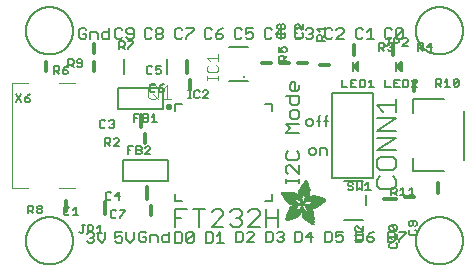
<source format=gbr>
G04 EAGLE Gerber RS-274X export*
G75*
%MOMM*%
%FSLAX34Y34*%
%LPD*%
%INSilkscreen Top*%
%IPPOS*%
%AMOC8*
5,1,8,0,0,1.08239X$1,22.5*%
G01*
%ADD10C,0.127000*%
%ADD11C,0.203200*%
%ADD12C,0.152400*%
%ADD13C,0.304800*%
%ADD14C,0.101600*%
%ADD15C,0.200000*%
%ADD16R,0.190500X0.889000*%
%ADD17R,0.050800X0.006300*%
%ADD18R,0.082600X0.006400*%
%ADD19R,0.120600X0.006300*%
%ADD20R,0.139700X0.006400*%
%ADD21R,0.158800X0.006300*%
%ADD22R,0.177800X0.006400*%
%ADD23R,0.196800X0.006300*%
%ADD24R,0.215900X0.006400*%
%ADD25R,0.228600X0.006300*%
%ADD26R,0.241300X0.006400*%
%ADD27R,0.254000X0.006300*%
%ADD28R,0.266700X0.006400*%
%ADD29R,0.279400X0.006300*%
%ADD30R,0.285700X0.006400*%
%ADD31R,0.298400X0.006300*%
%ADD32R,0.311200X0.006400*%
%ADD33R,0.317500X0.006300*%
%ADD34R,0.330200X0.006400*%
%ADD35R,0.336600X0.006300*%
%ADD36R,0.349200X0.006400*%
%ADD37R,0.361900X0.006300*%
%ADD38R,0.368300X0.006400*%
%ADD39R,0.381000X0.006300*%
%ADD40R,0.387300X0.006400*%
%ADD41R,0.393700X0.006300*%
%ADD42R,0.406400X0.006400*%
%ADD43R,0.412700X0.006300*%
%ADD44R,0.419100X0.006400*%
%ADD45R,0.431800X0.006300*%
%ADD46R,0.438100X0.006400*%
%ADD47R,0.450800X0.006300*%
%ADD48R,0.457200X0.006400*%
%ADD49R,0.463500X0.006300*%
%ADD50R,0.476200X0.006400*%
%ADD51R,0.482600X0.006300*%
%ADD52R,0.488900X0.006400*%
%ADD53R,0.501600X0.006300*%
%ADD54R,0.508000X0.006400*%
%ADD55R,0.514300X0.006300*%
%ADD56R,0.527000X0.006400*%
%ADD57R,0.533400X0.006300*%
%ADD58R,0.546100X0.006400*%
%ADD59R,0.552400X0.006300*%
%ADD60R,0.558800X0.006400*%
%ADD61R,0.571500X0.006300*%
%ADD62R,0.577800X0.006400*%
%ADD63R,0.584200X0.006300*%
%ADD64R,0.596900X0.006400*%
%ADD65R,0.603200X0.006300*%
%ADD66R,0.609600X0.006400*%
%ADD67R,0.622300X0.006300*%
%ADD68R,0.628600X0.006400*%
%ADD69R,0.641300X0.006300*%
%ADD70R,0.647700X0.006400*%
%ADD71R,0.063500X0.006300*%
%ADD72R,0.654000X0.006300*%
%ADD73R,0.101600X0.006400*%
%ADD74R,0.666700X0.006400*%
%ADD75R,0.139700X0.006300*%
%ADD76R,0.673100X0.006300*%
%ADD77R,0.165100X0.006400*%
%ADD78R,0.679400X0.006400*%
%ADD79R,0.196900X0.006300*%
%ADD80R,0.692100X0.006300*%
%ADD81R,0.222200X0.006400*%
%ADD82R,0.698500X0.006400*%
%ADD83R,0.247700X0.006300*%
%ADD84R,0.704800X0.006300*%
%ADD85R,0.279400X0.006400*%
%ADD86R,0.717500X0.006400*%
%ADD87R,0.298500X0.006300*%
%ADD88R,0.723900X0.006300*%
%ADD89R,0.736600X0.006400*%
%ADD90R,0.342900X0.006300*%
%ADD91R,0.742900X0.006300*%
%ADD92R,0.374700X0.006400*%
%ADD93R,0.749300X0.006400*%
%ADD94R,0.762000X0.006300*%
%ADD95R,0.412700X0.006400*%
%ADD96R,0.768300X0.006400*%
%ADD97R,0.438100X0.006300*%
%ADD98R,0.774700X0.006300*%
%ADD99R,0.463600X0.006400*%
%ADD100R,0.787400X0.006400*%
%ADD101R,0.793700X0.006300*%
%ADD102R,0.495300X0.006400*%
%ADD103R,0.800100X0.006400*%
%ADD104R,0.520700X0.006300*%
%ADD105R,0.812800X0.006300*%
%ADD106R,0.533400X0.006400*%
%ADD107R,0.819100X0.006400*%
%ADD108R,0.558800X0.006300*%
%ADD109R,0.825500X0.006300*%
%ADD110R,0.577900X0.006400*%
%ADD111R,0.831800X0.006400*%
%ADD112R,0.596900X0.006300*%
%ADD113R,0.844500X0.006300*%
%ADD114R,0.616000X0.006400*%
%ADD115R,0.850900X0.006400*%
%ADD116R,0.635000X0.006300*%
%ADD117R,0.857200X0.006300*%
%ADD118R,0.654100X0.006400*%
%ADD119R,0.863600X0.006400*%
%ADD120R,0.666700X0.006300*%
%ADD121R,0.869900X0.006300*%
%ADD122R,0.685800X0.006400*%
%ADD123R,0.876300X0.006400*%
%ADD124R,0.882600X0.006300*%
%ADD125R,0.723900X0.006400*%
%ADD126R,0.889000X0.006400*%
%ADD127R,0.895300X0.006300*%
%ADD128R,0.755700X0.006400*%
%ADD129R,0.901700X0.006400*%
%ADD130R,0.908000X0.006300*%
%ADD131R,0.793800X0.006400*%
%ADD132R,0.914400X0.006400*%
%ADD133R,0.806400X0.006300*%
%ADD134R,0.920700X0.006300*%
%ADD135R,0.825500X0.006400*%
%ADD136R,0.927100X0.006400*%
%ADD137R,0.933400X0.006300*%
%ADD138R,0.857300X0.006400*%
%ADD139R,0.939800X0.006400*%
%ADD140R,0.870000X0.006300*%
%ADD141R,0.939800X0.006300*%
%ADD142R,0.946100X0.006400*%
%ADD143R,0.952500X0.006300*%
%ADD144R,0.908000X0.006400*%
%ADD145R,0.958800X0.006400*%
%ADD146R,0.965200X0.006300*%
%ADD147R,0.965200X0.006400*%
%ADD148R,0.971500X0.006300*%
%ADD149R,0.952500X0.006400*%
%ADD150R,0.977900X0.006400*%
%ADD151R,0.958800X0.006300*%
%ADD152R,0.984200X0.006300*%
%ADD153R,0.971500X0.006400*%
%ADD154R,0.984200X0.006400*%
%ADD155R,0.990600X0.006300*%
%ADD156R,0.984300X0.006400*%
%ADD157R,0.996900X0.006400*%
%ADD158R,0.997000X0.006300*%
%ADD159R,0.996900X0.006300*%
%ADD160R,1.003300X0.006400*%
%ADD161R,1.016000X0.006300*%
%ADD162R,1.009600X0.006300*%
%ADD163R,1.016000X0.006400*%
%ADD164R,1.009600X0.006400*%
%ADD165R,1.022300X0.006300*%
%ADD166R,1.028700X0.006400*%
%ADD167R,1.035100X0.006300*%
%ADD168R,1.047800X0.006400*%
%ADD169R,1.054100X0.006300*%
%ADD170R,1.028700X0.006300*%
%ADD171R,1.054100X0.006400*%
%ADD172R,1.035000X0.006400*%
%ADD173R,1.060400X0.006300*%
%ADD174R,1.035000X0.006300*%
%ADD175R,1.060500X0.006400*%
%ADD176R,1.041400X0.006400*%
%ADD177R,1.066800X0.006300*%
%ADD178R,1.041400X0.006300*%
%ADD179R,1.079500X0.006400*%
%ADD180R,1.047700X0.006400*%
%ADD181R,1.085900X0.006300*%
%ADD182R,1.047700X0.006300*%
%ADD183R,1.085800X0.006400*%
%ADD184R,1.092200X0.006300*%
%ADD185R,1.085900X0.006400*%
%ADD186R,1.098600X0.006300*%
%ADD187R,1.098600X0.006400*%
%ADD188R,1.060400X0.006400*%
%ADD189R,1.104900X0.006300*%
%ADD190R,1.104900X0.006400*%
%ADD191R,1.066800X0.006400*%
%ADD192R,1.111200X0.006300*%
%ADD193R,1.117600X0.006400*%
%ADD194R,1.117600X0.006300*%
%ADD195R,1.073100X0.006300*%
%ADD196R,1.073100X0.006400*%
%ADD197R,1.124000X0.006300*%
%ADD198R,1.079500X0.006300*%
%ADD199R,1.123900X0.006400*%
%ADD200R,1.130300X0.006300*%
%ADD201R,1.130300X0.006400*%
%ADD202R,1.136700X0.006400*%
%ADD203R,1.136700X0.006300*%
%ADD204R,1.085800X0.006300*%
%ADD205R,1.136600X0.006400*%
%ADD206R,1.136600X0.006300*%
%ADD207R,1.143000X0.006400*%
%ADD208R,1.143000X0.006300*%
%ADD209R,1.149400X0.006300*%
%ADD210R,1.149300X0.006300*%
%ADD211R,1.149300X0.006400*%
%ADD212R,1.149400X0.006400*%
%ADD213R,1.155700X0.006400*%
%ADD214R,1.155700X0.006300*%
%ADD215R,1.060500X0.006300*%
%ADD216R,2.197100X0.006400*%
%ADD217R,2.197100X0.006300*%
%ADD218R,2.184400X0.006300*%
%ADD219R,2.184400X0.006400*%
%ADD220R,2.171700X0.006400*%
%ADD221R,2.171700X0.006300*%
%ADD222R,1.530300X0.006400*%
%ADD223R,1.505000X0.006300*%
%ADD224R,1.492300X0.006400*%
%ADD225R,1.485900X0.006300*%
%ADD226R,0.565200X0.006300*%
%ADD227R,1.473200X0.006400*%
%ADD228R,0.565200X0.006400*%
%ADD229R,1.460500X0.006300*%
%ADD230R,1.454100X0.006400*%
%ADD231R,0.552400X0.006400*%
%ADD232R,1.441500X0.006300*%
%ADD233R,0.546100X0.006300*%
%ADD234R,1.435100X0.006400*%
%ADD235R,0.539800X0.006400*%
%ADD236R,1.428800X0.006300*%
%ADD237R,1.422400X0.006400*%
%ADD238R,1.409700X0.006300*%
%ADD239R,0.527100X0.006300*%
%ADD240R,1.403300X0.006400*%
%ADD241R,0.527100X0.006400*%
%ADD242R,1.390700X0.006300*%
%ADD243R,1.384300X0.006400*%
%ADD244R,0.520700X0.006400*%
%ADD245R,1.384300X0.006300*%
%ADD246R,0.514400X0.006300*%
%ADD247R,1.371600X0.006400*%
%ADD248R,1.365200X0.006300*%
%ADD249R,0.508000X0.006300*%
%ADD250R,1.352600X0.006400*%
%ADD251R,0.501700X0.006400*%
%ADD252R,0.711200X0.006300*%
%ADD253R,0.603300X0.006300*%
%ADD254R,0.501700X0.006300*%
%ADD255R,0.692100X0.006400*%
%ADD256R,0.571500X0.006400*%
%ADD257R,0.679400X0.006300*%
%ADD258R,0.495300X0.006300*%
%ADD259R,0.673100X0.006400*%
%ADD260R,0.666800X0.006300*%
%ADD261R,0.488900X0.006300*%
%ADD262R,0.660400X0.006400*%
%ADD263R,0.482600X0.006400*%
%ADD264R,0.476200X0.006300*%
%ADD265R,0.654000X0.006400*%
%ADD266R,0.469900X0.006400*%
%ADD267R,0.476300X0.006400*%
%ADD268R,0.647700X0.006300*%
%ADD269R,0.457200X0.006300*%
%ADD270R,0.469900X0.006300*%
%ADD271R,0.641300X0.006400*%
%ADD272R,0.444500X0.006400*%
%ADD273R,0.463600X0.006300*%
%ADD274R,0.635000X0.006400*%
%ADD275R,0.463500X0.006400*%
%ADD276R,0.393700X0.006400*%
%ADD277R,0.450800X0.006400*%
%ADD278R,0.628600X0.006300*%
%ADD279R,0.387400X0.006300*%
%ADD280R,0.450900X0.006300*%
%ADD281R,0.628700X0.006400*%
%ADD282R,0.374600X0.006400*%
%ADD283R,0.368300X0.006300*%
%ADD284R,0.438200X0.006300*%
%ADD285R,0.622300X0.006400*%
%ADD286R,0.355600X0.006400*%
%ADD287R,0.431800X0.006400*%
%ADD288R,0.349300X0.006300*%
%ADD289R,0.425400X0.006300*%
%ADD290R,0.615900X0.006300*%
%ADD291R,0.330200X0.006300*%
%ADD292R,0.419100X0.006300*%
%ADD293R,0.616000X0.006300*%
%ADD294R,0.311200X0.006300*%
%ADD295R,0.406400X0.006300*%
%ADD296R,0.615900X0.006400*%
%ADD297R,0.304800X0.006400*%
%ADD298R,0.158800X0.006400*%
%ADD299R,0.609600X0.006300*%
%ADD300R,0.292100X0.006300*%
%ADD301R,0.235000X0.006300*%
%ADD302R,0.387400X0.006400*%
%ADD303R,0.292100X0.006400*%
%ADD304R,0.336500X0.006300*%
%ADD305R,0.260400X0.006300*%
%ADD306R,0.603300X0.006400*%
%ADD307R,0.260400X0.006400*%
%ADD308R,0.362000X0.006400*%
%ADD309R,0.450900X0.006400*%
%ADD310R,0.355600X0.006300*%
%ADD311R,0.342900X0.006400*%
%ADD312R,0.514300X0.006400*%
%ADD313R,0.234900X0.006300*%
%ADD314R,0.539700X0.006300*%
%ADD315R,0.603200X0.006400*%
%ADD316R,0.234900X0.006400*%
%ADD317R,0.920700X0.006400*%
%ADD318R,0.958900X0.006400*%
%ADD319R,0.215900X0.006300*%
%ADD320R,0.209600X0.006400*%
%ADD321R,0.203200X0.006300*%
%ADD322R,1.003300X0.006300*%
%ADD323R,0.203200X0.006400*%
%ADD324R,0.196900X0.006400*%
%ADD325R,0.190500X0.006300*%
%ADD326R,0.190500X0.006400*%
%ADD327R,0.184200X0.006300*%
%ADD328R,0.590500X0.006400*%
%ADD329R,0.184200X0.006400*%
%ADD330R,0.590500X0.006300*%
%ADD331R,0.177800X0.006300*%
%ADD332R,0.584200X0.006400*%
%ADD333R,1.168400X0.006400*%
%ADD334R,0.171500X0.006300*%
%ADD335R,1.187500X0.006300*%
%ADD336R,1.200100X0.006400*%
%ADD337R,0.577800X0.006300*%
%ADD338R,1.212900X0.006300*%
%ADD339R,1.231900X0.006400*%
%ADD340R,1.250900X0.006300*%
%ADD341R,0.565100X0.006400*%
%ADD342R,0.184100X0.006400*%
%ADD343R,1.263700X0.006400*%
%ADD344R,0.565100X0.006300*%
%ADD345R,1.289100X0.006300*%
%ADD346R,1.314400X0.006400*%
%ADD347R,0.552500X0.006300*%
%ADD348R,1.568500X0.006300*%
%ADD349R,0.552500X0.006400*%
%ADD350R,1.581200X0.006400*%
%ADD351R,1.593800X0.006300*%
%ADD352R,1.606500X0.006400*%
%ADD353R,1.619300X0.006300*%
%ADD354R,0.514400X0.006400*%
%ADD355R,1.638300X0.006400*%
%ADD356R,1.657300X0.006300*%
%ADD357R,2.209800X0.006400*%
%ADD358R,2.425700X0.006300*%
%ADD359R,2.470100X0.006400*%
%ADD360R,2.501900X0.006300*%
%ADD361R,2.533700X0.006400*%
%ADD362R,2.559000X0.006300*%
%ADD363R,2.584500X0.006400*%
%ADD364R,2.609900X0.006300*%
%ADD365R,2.628900X0.006400*%
%ADD366R,2.660600X0.006300*%
%ADD367R,2.673400X0.006400*%
%ADD368R,1.422400X0.006300*%
%ADD369R,1.200200X0.006300*%
%ADD370R,1.365300X0.006300*%
%ADD371R,1.365300X0.006400*%
%ADD372R,1.352500X0.006300*%
%ADD373R,1.098500X0.006300*%
%ADD374R,1.358900X0.006400*%
%ADD375R,1.352600X0.006300*%
%ADD376R,1.358900X0.006300*%
%ADD377R,1.371600X0.006300*%
%ADD378R,1.377900X0.006400*%
%ADD379R,1.397000X0.006400*%
%ADD380R,1.403300X0.006300*%
%ADD381R,0.914400X0.006300*%
%ADD382R,0.876300X0.006300*%
%ADD383R,0.374600X0.006300*%
%ADD384R,1.073200X0.006400*%
%ADD385R,0.374700X0.006300*%
%ADD386R,0.844600X0.006400*%
%ADD387R,0.844600X0.006300*%
%ADD388R,0.831900X0.006400*%
%ADD389R,1.092200X0.006400*%
%ADD390R,0.400000X0.006300*%
%ADD391R,0.819200X0.006400*%
%ADD392R,1.111300X0.006400*%
%ADD393R,0.812800X0.006400*%
%ADD394R,0.800100X0.006300*%
%ADD395R,0.476300X0.006300*%
%ADD396R,1.181100X0.006300*%
%ADD397R,0.501600X0.006400*%
%ADD398R,1.193800X0.006400*%
%ADD399R,0.781000X0.006400*%
%ADD400R,1.238200X0.006400*%
%ADD401R,0.781100X0.006300*%
%ADD402R,1.257300X0.006300*%
%ADD403R,1.295400X0.006400*%
%ADD404R,1.333500X0.006300*%
%ADD405R,0.774700X0.006400*%
%ADD406R,1.866900X0.006400*%
%ADD407R,0.209600X0.006300*%
%ADD408R,1.866900X0.006300*%
%ADD409R,0.768400X0.006400*%
%ADD410R,0.209500X0.006400*%
%ADD411R,1.860600X0.006400*%
%ADD412R,0.762000X0.006400*%
%ADD413R,0.768400X0.006300*%
%ADD414R,1.860600X0.006300*%
%ADD415R,1.860500X0.006400*%
%ADD416R,0.222300X0.006300*%
%ADD417R,1.854200X0.006300*%
%ADD418R,0.235000X0.006400*%
%ADD419R,1.854200X0.006400*%
%ADD420R,0.768300X0.006300*%
%ADD421R,0.260300X0.006400*%
%ADD422R,1.847800X0.006400*%
%ADD423R,0.266700X0.006300*%
%ADD424R,1.847800X0.006300*%
%ADD425R,0.273100X0.006400*%
%ADD426R,1.841500X0.006400*%
%ADD427R,0.285800X0.006300*%
%ADD428R,1.841500X0.006300*%
%ADD429R,0.298500X0.006400*%
%ADD430R,1.835100X0.006400*%
%ADD431R,0.781000X0.006300*%
%ADD432R,0.304800X0.006300*%
%ADD433R,1.835100X0.006300*%
%ADD434R,0.317500X0.006400*%
%ADD435R,1.828800X0.006400*%
%ADD436R,0.787400X0.006300*%
%ADD437R,0.323800X0.006300*%
%ADD438R,1.828800X0.006300*%
%ADD439R,0.793700X0.006400*%
%ADD440R,1.822400X0.006400*%
%ADD441R,0.806500X0.006300*%
%ADD442R,1.822400X0.006300*%
%ADD443R,1.816100X0.006400*%
%ADD444R,0.819100X0.006300*%
%ADD445R,0.387300X0.006300*%
%ADD446R,1.816100X0.006300*%
%ADD447R,1.809800X0.006400*%
%ADD448R,1.803400X0.006300*%
%ADD449R,1.797000X0.006400*%
%ADD450R,0.901700X0.006300*%
%ADD451R,1.797000X0.006300*%
%ADD452R,1.441400X0.006400*%
%ADD453R,1.790700X0.006400*%
%ADD454R,1.447800X0.006300*%
%ADD455R,1.784300X0.006300*%
%ADD456R,1.447800X0.006400*%
%ADD457R,1.784300X0.006400*%
%ADD458R,1.454100X0.006300*%
%ADD459R,1.771700X0.006300*%
%ADD460R,1.460500X0.006400*%
%ADD461R,1.759000X0.006400*%
%ADD462R,1.466800X0.006300*%
%ADD463R,1.752600X0.006300*%
%ADD464R,1.466800X0.006400*%
%ADD465R,1.739900X0.006400*%
%ADD466R,1.473200X0.006300*%
%ADD467R,1.727200X0.006300*%
%ADD468R,1.479500X0.006400*%
%ADD469R,1.714500X0.006400*%
%ADD470R,1.695400X0.006300*%
%ADD471R,1.485900X0.006400*%
%ADD472R,1.682700X0.006400*%
%ADD473R,1.492200X0.006300*%
%ADD474R,1.663700X0.006300*%
%ADD475R,1.498600X0.006400*%
%ADD476R,1.644600X0.006400*%
%ADD477R,1.498600X0.006300*%
%ADD478R,1.619200X0.006300*%
%ADD479R,1.511300X0.006400*%
%ADD480R,1.600200X0.006400*%
%ADD481R,1.517700X0.006300*%
%ADD482R,1.574800X0.006300*%
%ADD483R,1.524000X0.006400*%
%ADD484R,1.555800X0.006400*%
%ADD485R,1.524000X0.006300*%
%ADD486R,1.536700X0.006300*%
%ADD487R,1.530400X0.006400*%
%ADD488R,1.517700X0.006400*%
%ADD489R,1.492300X0.006300*%
%ADD490R,1.549400X0.006400*%
%ADD491R,1.479600X0.006400*%
%ADD492R,1.549400X0.006300*%
%ADD493R,1.555700X0.006400*%
%ADD494R,1.562100X0.006300*%
%ADD495R,0.323900X0.006300*%
%ADD496R,1.568400X0.006400*%
%ADD497R,0.336600X0.006400*%
%ADD498R,1.587500X0.006300*%
%ADD499R,0.971600X0.006300*%
%ADD500R,0.349300X0.006400*%
%ADD501R,1.600200X0.006300*%
%ADD502R,0.920800X0.006300*%
%ADD503R,0.882700X0.006400*%
%ADD504R,1.612900X0.006300*%
%ADD505R,0.362000X0.006300*%
%ADD506R,1.625600X0.006400*%
%ADD507R,1.625600X0.006300*%
%ADD508R,1.644600X0.006300*%
%ADD509R,0.736600X0.006300*%
%ADD510R,0.717600X0.006400*%
%ADD511R,1.657400X0.006300*%
%ADD512R,0.679500X0.006300*%
%ADD513R,1.663700X0.006400*%
%ADD514R,0.400000X0.006400*%
%ADD515R,1.676400X0.006300*%
%ADD516R,1.676400X0.006400*%
%ADD517R,0.425500X0.006400*%
%ADD518R,1.352500X0.006400*%
%ADD519R,0.444500X0.006300*%
%ADD520R,0.361900X0.006400*%
%ADD521R,0.088900X0.006300*%
%ADD522R,1.009700X0.006300*%
%ADD523R,1.009700X0.006400*%
%ADD524R,1.022300X0.006400*%
%ADD525R,1.346200X0.006400*%
%ADD526R,1.346200X0.006300*%
%ADD527R,1.339900X0.006400*%
%ADD528R,1.035100X0.006400*%
%ADD529R,1.339800X0.006300*%
%ADD530R,1.333500X0.006400*%
%ADD531R,1.327200X0.006400*%
%ADD532R,1.320800X0.006300*%
%ADD533R,1.314500X0.006400*%
%ADD534R,1.314400X0.006300*%
%ADD535R,1.301700X0.006400*%
%ADD536R,1.295400X0.006300*%
%ADD537R,1.289000X0.006400*%
%ADD538R,1.276300X0.006300*%
%ADD539R,1.251000X0.006300*%
%ADD540R,1.244600X0.006400*%
%ADD541R,1.231900X0.006300*%
%ADD542R,1.212800X0.006400*%
%ADD543R,1.200100X0.006300*%
%ADD544R,1.187400X0.006400*%
%ADD545R,1.168400X0.006300*%
%ADD546R,1.047800X0.006300*%
%ADD547R,0.977900X0.006300*%
%ADD548R,0.946200X0.006400*%
%ADD549R,0.933400X0.006400*%
%ADD550R,0.895300X0.006400*%
%ADD551R,0.882700X0.006300*%
%ADD552R,0.863600X0.006300*%
%ADD553R,0.857200X0.006400*%
%ADD554R,0.850900X0.006300*%
%ADD555R,0.838200X0.006300*%
%ADD556R,0.806500X0.006400*%
%ADD557R,0.717600X0.006300*%
%ADD558R,0.711200X0.006400*%
%ADD559R,0.641400X0.006400*%
%ADD560R,0.641400X0.006300*%
%ADD561R,0.628700X0.006300*%
%ADD562R,0.590600X0.006300*%
%ADD563R,0.539700X0.006400*%
%ADD564R,0.285700X0.006300*%
%ADD565R,0.222200X0.006300*%
%ADD566R,0.171400X0.006300*%
%ADD567R,0.152400X0.006400*%
%ADD568R,0.133400X0.006300*%

G36*
X323872Y168152D02*
X323872Y168152D01*
X323889Y168150D01*
X323992Y168172D01*
X324097Y168190D01*
X324112Y168198D01*
X324130Y168202D01*
X324220Y168256D01*
X324314Y168306D01*
X324326Y168319D01*
X324341Y168328D01*
X324410Y168408D01*
X324482Y168485D01*
X324489Y168502D01*
X324501Y168515D01*
X324540Y168613D01*
X324584Y168709D01*
X324586Y168727D01*
X324593Y168743D01*
X324611Y168910D01*
X324611Y176530D01*
X324609Y176547D01*
X324610Y176562D01*
X324610Y176565D01*
X324589Y176669D01*
X324572Y176773D01*
X324563Y176788D01*
X324560Y176806D01*
X324506Y176897D01*
X324456Y176990D01*
X324444Y177002D01*
X324435Y177018D01*
X324355Y177087D01*
X324278Y177160D01*
X324262Y177167D01*
X324248Y177179D01*
X324151Y177219D01*
X324055Y177263D01*
X324037Y177265D01*
X324021Y177272D01*
X323915Y177279D01*
X323811Y177290D01*
X323793Y177286D01*
X323775Y177288D01*
X323673Y177260D01*
X323600Y177244D01*
X323597Y177244D01*
X323570Y177238D01*
X323555Y177229D01*
X323538Y177224D01*
X323393Y177139D01*
X318313Y173329D01*
X318310Y173326D01*
X318307Y173324D01*
X318225Y173237D01*
X318143Y173152D01*
X318141Y173148D01*
X318138Y173145D01*
X318088Y173036D01*
X318038Y172929D01*
X318038Y172925D01*
X318036Y172921D01*
X318023Y172803D01*
X318010Y172685D01*
X318010Y172681D01*
X318010Y172676D01*
X318036Y172560D01*
X318061Y172444D01*
X318063Y172440D01*
X318064Y172436D01*
X318125Y172334D01*
X318186Y172232D01*
X318189Y172229D01*
X318191Y172226D01*
X318313Y172111D01*
X323393Y168301D01*
X323409Y168293D01*
X323422Y168281D01*
X323518Y168236D01*
X323611Y168187D01*
X323629Y168184D01*
X323645Y168177D01*
X323750Y168165D01*
X323854Y168149D01*
X323872Y168152D01*
G37*
G36*
X287042Y168152D02*
X287042Y168152D01*
X287059Y168150D01*
X287162Y168172D01*
X287267Y168190D01*
X287282Y168198D01*
X287300Y168202D01*
X287390Y168256D01*
X287484Y168306D01*
X287496Y168319D01*
X287511Y168328D01*
X287580Y168408D01*
X287652Y168485D01*
X287659Y168502D01*
X287671Y168515D01*
X287710Y168613D01*
X287754Y168709D01*
X287756Y168727D01*
X287763Y168743D01*
X287781Y168910D01*
X287781Y176530D01*
X287779Y176547D01*
X287780Y176562D01*
X287780Y176565D01*
X287759Y176669D01*
X287742Y176773D01*
X287733Y176788D01*
X287730Y176806D01*
X287676Y176897D01*
X287626Y176990D01*
X287614Y177002D01*
X287605Y177018D01*
X287525Y177087D01*
X287448Y177160D01*
X287432Y177167D01*
X287418Y177179D01*
X287321Y177219D01*
X287225Y177263D01*
X287207Y177265D01*
X287191Y177272D01*
X287085Y177279D01*
X286981Y177290D01*
X286963Y177286D01*
X286945Y177288D01*
X286843Y177260D01*
X286770Y177244D01*
X286767Y177244D01*
X286740Y177238D01*
X286725Y177229D01*
X286708Y177224D01*
X286563Y177139D01*
X281483Y173329D01*
X281480Y173326D01*
X281477Y173324D01*
X281395Y173237D01*
X281313Y173152D01*
X281311Y173148D01*
X281308Y173145D01*
X281258Y173036D01*
X281208Y172929D01*
X281208Y172925D01*
X281206Y172921D01*
X281193Y172803D01*
X281180Y172685D01*
X281180Y172681D01*
X281180Y172676D01*
X281206Y172560D01*
X281231Y172444D01*
X281233Y172440D01*
X281234Y172436D01*
X281295Y172334D01*
X281356Y172232D01*
X281359Y172229D01*
X281361Y172226D01*
X281483Y172111D01*
X286563Y168301D01*
X286579Y168293D01*
X286592Y168281D01*
X286688Y168236D01*
X286781Y168187D01*
X286799Y168184D01*
X286815Y168177D01*
X286920Y168165D01*
X287024Y168149D01*
X287042Y168152D01*
G37*
D10*
X138012Y203630D02*
X136529Y205113D01*
X133563Y205113D01*
X132080Y203630D01*
X132080Y197698D01*
X133563Y196215D01*
X136529Y196215D01*
X138012Y197698D01*
X141435Y205113D02*
X147367Y205113D01*
X147367Y203630D01*
X141435Y197698D01*
X141435Y196215D01*
X212094Y205113D02*
X213577Y203630D01*
X212094Y205113D02*
X209128Y205113D01*
X207645Y203630D01*
X207645Y197698D01*
X209128Y196215D01*
X212094Y196215D01*
X213577Y197698D01*
X221449Y196215D02*
X221449Y205113D01*
X217000Y200664D01*
X222932Y200664D01*
X237494Y205113D02*
X238977Y203630D01*
X237494Y205113D02*
X234528Y205113D01*
X233045Y203630D01*
X233045Y197698D01*
X234528Y196215D01*
X237494Y196215D01*
X238977Y197698D01*
X242400Y203630D02*
X243883Y205113D01*
X246849Y205113D01*
X248332Y203630D01*
X248332Y202147D01*
X246849Y200664D01*
X245366Y200664D01*
X246849Y200664D02*
X248332Y199181D01*
X248332Y197698D01*
X246849Y196215D01*
X243883Y196215D01*
X242400Y197698D01*
X263529Y205113D02*
X265012Y203630D01*
X263529Y205113D02*
X260563Y205113D01*
X259080Y203630D01*
X259080Y197698D01*
X260563Y196215D01*
X263529Y196215D01*
X265012Y197698D01*
X268435Y196215D02*
X274367Y196215D01*
X268435Y196215D02*
X274367Y202147D01*
X274367Y203630D01*
X272884Y205113D01*
X269918Y205113D01*
X268435Y203630D01*
X289564Y205113D02*
X291047Y203630D01*
X289564Y205113D02*
X286598Y205113D01*
X285115Y203630D01*
X285115Y197698D01*
X286598Y196215D01*
X289564Y196215D01*
X291047Y197698D01*
X294470Y202147D02*
X297436Y205113D01*
X297436Y196215D01*
X294470Y196215D02*
X300402Y196215D01*
X313694Y205113D02*
X315177Y203630D01*
X313694Y205113D02*
X310728Y205113D01*
X309245Y203630D01*
X309245Y197698D01*
X310728Y196215D01*
X313694Y196215D01*
X315177Y197698D01*
X318600Y197698D02*
X318600Y203630D01*
X320083Y205113D01*
X323049Y205113D01*
X324532Y203630D01*
X324532Y197698D01*
X323049Y196215D01*
X320083Y196215D01*
X318600Y197698D01*
X324532Y203630D01*
X111977Y203630D02*
X110494Y205113D01*
X107528Y205113D01*
X106045Y203630D01*
X106045Y197698D01*
X107528Y196215D01*
X110494Y196215D01*
X111977Y197698D01*
X115400Y203630D02*
X116883Y205113D01*
X119849Y205113D01*
X121332Y203630D01*
X121332Y202147D01*
X119849Y200664D01*
X121332Y199181D01*
X121332Y197698D01*
X119849Y196215D01*
X116883Y196215D01*
X115400Y197698D01*
X115400Y199181D01*
X116883Y200664D01*
X115400Y202147D01*
X115400Y203630D01*
X116883Y200664D02*
X119849Y200664D01*
X87212Y203630D02*
X85729Y205113D01*
X82763Y205113D01*
X81280Y203630D01*
X81280Y197698D01*
X82763Y196215D01*
X85729Y196215D01*
X87212Y197698D01*
X90635Y197698D02*
X92118Y196215D01*
X95084Y196215D01*
X96567Y197698D01*
X96567Y203630D01*
X95084Y205113D01*
X92118Y205113D01*
X90635Y203630D01*
X90635Y202147D01*
X92118Y200664D01*
X96567Y200664D01*
X87212Y32393D02*
X81280Y32393D01*
X81280Y27944D01*
X84246Y29427D01*
X85729Y29427D01*
X87212Y27944D01*
X87212Y24978D01*
X85729Y23495D01*
X82763Y23495D01*
X81280Y24978D01*
X90635Y26461D02*
X90635Y32393D01*
X90635Y26461D02*
X93601Y23495D01*
X96567Y26461D01*
X96567Y32393D01*
X106049Y33028D02*
X107532Y31545D01*
X106049Y33028D02*
X103083Y33028D01*
X101600Y31545D01*
X101600Y25613D01*
X103083Y24130D01*
X106049Y24130D01*
X107532Y25613D01*
X107532Y28579D01*
X104566Y28579D01*
X110955Y30062D02*
X110955Y24130D01*
X110955Y30062D02*
X115404Y30062D01*
X116887Y28579D01*
X116887Y24130D01*
X126242Y24130D02*
X126242Y33028D01*
X126242Y24130D02*
X121793Y24130D01*
X120310Y25613D01*
X120310Y28579D01*
X121793Y30062D01*
X126242Y30062D01*
X132080Y32393D02*
X132080Y23495D01*
X136529Y23495D01*
X138012Y24978D01*
X138012Y30910D01*
X136529Y32393D01*
X132080Y32393D01*
X141435Y30910D02*
X141435Y24978D01*
X141435Y30910D02*
X142918Y32393D01*
X145884Y32393D01*
X147367Y30910D01*
X147367Y24978D01*
X145884Y23495D01*
X142918Y23495D01*
X141435Y24978D01*
X147367Y30910D01*
X157820Y32393D02*
X157820Y23495D01*
X162268Y23495D01*
X163751Y24978D01*
X163751Y30910D01*
X162268Y32393D01*
X157820Y32393D01*
X167175Y29427D02*
X170141Y32393D01*
X170141Y23495D01*
X167175Y23495D02*
X173107Y23495D01*
X183220Y24130D02*
X183220Y33028D01*
X183220Y24130D02*
X187668Y24130D01*
X189151Y25613D01*
X189151Y31545D01*
X187668Y33028D01*
X183220Y33028D01*
X192575Y24130D02*
X198507Y24130D01*
X192575Y24130D02*
X198507Y30062D01*
X198507Y31545D01*
X197024Y33028D01*
X194058Y33028D01*
X192575Y31545D01*
X208620Y33028D02*
X208620Y24130D01*
X213068Y24130D01*
X214551Y25613D01*
X214551Y31545D01*
X213068Y33028D01*
X208620Y33028D01*
X217975Y31545D02*
X219458Y33028D01*
X222424Y33028D01*
X223907Y31545D01*
X223907Y30062D01*
X222424Y28579D01*
X220941Y28579D01*
X222424Y28579D02*
X223907Y27096D01*
X223907Y25613D01*
X222424Y24130D01*
X219458Y24130D01*
X217975Y25613D01*
X233385Y24130D02*
X233385Y33028D01*
X233385Y24130D02*
X237833Y24130D01*
X239316Y25613D01*
X239316Y31545D01*
X237833Y33028D01*
X233385Y33028D01*
X247189Y33028D02*
X247189Y24130D01*
X242740Y28579D02*
X247189Y33028D01*
X248672Y28579D02*
X242740Y28579D01*
X258445Y33028D02*
X258445Y24130D01*
X262894Y24130D01*
X264377Y25613D01*
X264377Y31545D01*
X262894Y33028D01*
X258445Y33028D01*
X267800Y33028D02*
X273732Y33028D01*
X267800Y33028D02*
X267800Y28579D01*
X270766Y30062D01*
X272249Y30062D01*
X273732Y28579D01*
X273732Y25613D01*
X272249Y24130D01*
X269283Y24130D01*
X267800Y25613D01*
X284820Y24130D02*
X284820Y33028D01*
X284820Y24130D02*
X289268Y24130D01*
X290751Y25613D01*
X290751Y31545D01*
X289268Y33028D01*
X284820Y33028D01*
X297141Y31545D02*
X300107Y33028D01*
X297141Y31545D02*
X294175Y28579D01*
X294175Y25613D01*
X295658Y24130D01*
X298624Y24130D01*
X300107Y25613D01*
X300107Y27096D01*
X298624Y28579D01*
X294175Y28579D01*
X311785Y33028D02*
X311785Y24130D01*
X316234Y24130D01*
X317717Y25613D01*
X317717Y31545D01*
X316234Y33028D01*
X311785Y33028D01*
X321140Y33028D02*
X327072Y33028D01*
X327072Y31545D01*
X321140Y25613D01*
X321140Y24130D01*
D11*
X131920Y37084D02*
X131920Y51829D01*
X141749Y51829D01*
X136834Y44456D02*
X131920Y44456D01*
X152270Y37084D02*
X152270Y51829D01*
X147356Y51829D02*
X157185Y51829D01*
X162792Y37084D02*
X172621Y37084D01*
X162792Y37084D02*
X172621Y46914D01*
X172621Y49371D01*
X170164Y51829D01*
X165249Y51829D01*
X162792Y49371D01*
X178228Y49371D02*
X180685Y51829D01*
X185600Y51829D01*
X188057Y49371D01*
X188057Y46914D01*
X185600Y44456D01*
X183143Y44456D01*
X185600Y44456D02*
X188057Y41999D01*
X188057Y39541D01*
X185600Y37084D01*
X180685Y37084D01*
X178228Y39541D01*
X193664Y37084D02*
X203494Y37084D01*
X193664Y37084D02*
X203494Y46914D01*
X203494Y49371D01*
X201036Y51829D01*
X196121Y51829D01*
X193664Y49371D01*
X209100Y51829D02*
X209100Y37084D01*
X209100Y44456D02*
X218930Y44456D01*
X218930Y37084D02*
X218930Y51829D01*
D10*
X162777Y203630D02*
X161294Y205113D01*
X158328Y205113D01*
X156845Y203630D01*
X156845Y197698D01*
X158328Y196215D01*
X161294Y196215D01*
X162777Y197698D01*
X169166Y203630D02*
X172132Y205113D01*
X169166Y203630D02*
X166200Y200664D01*
X166200Y197698D01*
X167683Y196215D01*
X170649Y196215D01*
X172132Y197698D01*
X172132Y199181D01*
X170649Y200664D01*
X166200Y200664D01*
X186694Y205113D02*
X188177Y203630D01*
X186694Y205113D02*
X183728Y205113D01*
X182245Y203630D01*
X182245Y197698D01*
X183728Y196215D01*
X186694Y196215D01*
X188177Y197698D01*
X191600Y205113D02*
X197532Y205113D01*
X191600Y205113D02*
X191600Y200664D01*
X194566Y202147D01*
X196049Y202147D01*
X197532Y200664D01*
X197532Y197698D01*
X196049Y196215D01*
X193083Y196215D01*
X191600Y197698D01*
D12*
X236728Y77774D02*
X236728Y74045D01*
X236728Y75909D02*
X225542Y75909D01*
X225542Y74045D02*
X225542Y77774D01*
X236728Y81841D02*
X236728Y89298D01*
X236728Y81841D02*
X229271Y89298D01*
X227407Y89298D01*
X225542Y87434D01*
X225542Y83705D01*
X227407Y81841D01*
X225542Y99128D02*
X227407Y100992D01*
X225542Y99128D02*
X225542Y95399D01*
X227407Y93535D01*
X234864Y93535D01*
X236728Y95399D01*
X236728Y99128D01*
X234864Y100992D01*
X236728Y116923D02*
X225542Y116923D01*
X229271Y120651D01*
X225542Y124380D01*
X236728Y124380D01*
X236728Y130481D02*
X236728Y134210D01*
X234864Y136074D01*
X231135Y136074D01*
X229271Y134210D01*
X229271Y130481D01*
X231135Y128617D01*
X234864Y128617D01*
X236728Y130481D01*
X236728Y147768D02*
X225542Y147768D01*
X236728Y147768D02*
X236728Y142175D01*
X234864Y140311D01*
X231135Y140311D01*
X229271Y142175D01*
X229271Y147768D01*
X236728Y153869D02*
X236728Y157598D01*
X236728Y153869D02*
X234864Y152005D01*
X231135Y152005D01*
X229271Y153869D01*
X229271Y157598D01*
X231135Y159462D01*
X233000Y159462D01*
X233000Y152005D01*
D10*
X243934Y122555D02*
X246899Y122555D01*
X248382Y124038D01*
X248382Y127004D01*
X246899Y128487D01*
X243934Y128487D01*
X242451Y127004D01*
X242451Y124038D01*
X243934Y122555D01*
X253289Y122555D02*
X253289Y129970D01*
X254772Y131453D01*
X254772Y127004D02*
X251806Y127004D01*
X259526Y129970D02*
X259526Y122555D01*
X259526Y129970D02*
X261008Y131453D01*
X261008Y127004D02*
X258043Y127004D01*
X249729Y97790D02*
X246763Y97790D01*
X249729Y97790D02*
X251212Y99273D01*
X251212Y102239D01*
X249729Y103722D01*
X246763Y103722D01*
X245280Y102239D01*
X245280Y99273D01*
X246763Y97790D01*
X254635Y97790D02*
X254635Y103722D01*
X259084Y103722D01*
X260567Y102239D01*
X260567Y97790D01*
X58633Y32393D02*
X57150Y30910D01*
X58633Y32393D02*
X61599Y32393D01*
X63082Y30910D01*
X63082Y29427D01*
X61599Y27944D01*
X60116Y27944D01*
X61599Y27944D02*
X63082Y26461D01*
X63082Y24978D01*
X61599Y23495D01*
X58633Y23495D01*
X57150Y24978D01*
X66505Y26461D02*
X66505Y32393D01*
X66505Y26461D02*
X69471Y23495D01*
X72437Y26461D01*
X72437Y32393D01*
X56732Y203630D02*
X55249Y205113D01*
X52283Y205113D01*
X50800Y203630D01*
X50800Y197698D01*
X52283Y196215D01*
X55249Y196215D01*
X56732Y197698D01*
X56732Y200664D01*
X53766Y200664D01*
X60155Y202147D02*
X60155Y196215D01*
X60155Y202147D02*
X64604Y202147D01*
X66087Y200664D01*
X66087Y196215D01*
X75442Y196215D02*
X75442Y205113D01*
X75442Y196215D02*
X70993Y196215D01*
X69510Y197698D01*
X69510Y200664D01*
X70993Y202147D01*
X75442Y202147D01*
X131720Y141330D02*
X137720Y141330D01*
X131720Y141330D02*
X131720Y135330D01*
X207720Y141330D02*
X213720Y141330D01*
X213720Y135330D01*
X131720Y65330D02*
X131720Y59330D01*
X137720Y59330D01*
X213720Y59330D02*
X213720Y65330D01*
X213720Y59330D02*
X207720Y59330D01*
D13*
X125720Y138330D02*
X125722Y138393D01*
X125728Y138455D01*
X125738Y138517D01*
X125751Y138579D01*
X125769Y138639D01*
X125790Y138698D01*
X125815Y138756D01*
X125844Y138812D01*
X125876Y138866D01*
X125911Y138918D01*
X125949Y138967D01*
X125991Y139015D01*
X126035Y139059D01*
X126083Y139101D01*
X126132Y139139D01*
X126184Y139174D01*
X126238Y139206D01*
X126294Y139235D01*
X126352Y139260D01*
X126411Y139281D01*
X126471Y139299D01*
X126533Y139312D01*
X126595Y139322D01*
X126657Y139328D01*
X126720Y139330D01*
X126783Y139328D01*
X126845Y139322D01*
X126907Y139312D01*
X126969Y139299D01*
X127029Y139281D01*
X127088Y139260D01*
X127146Y139235D01*
X127202Y139206D01*
X127256Y139174D01*
X127308Y139139D01*
X127357Y139101D01*
X127405Y139059D01*
X127449Y139015D01*
X127491Y138967D01*
X127529Y138918D01*
X127564Y138866D01*
X127596Y138812D01*
X127625Y138756D01*
X127650Y138698D01*
X127671Y138639D01*
X127689Y138579D01*
X127702Y138517D01*
X127712Y138455D01*
X127718Y138393D01*
X127720Y138330D01*
X127718Y138267D01*
X127712Y138205D01*
X127702Y138143D01*
X127689Y138081D01*
X127671Y138021D01*
X127650Y137962D01*
X127625Y137904D01*
X127596Y137848D01*
X127564Y137794D01*
X127529Y137742D01*
X127491Y137693D01*
X127449Y137645D01*
X127405Y137601D01*
X127357Y137559D01*
X127308Y137521D01*
X127256Y137486D01*
X127202Y137454D01*
X127146Y137425D01*
X127088Y137400D01*
X127029Y137379D01*
X126969Y137361D01*
X126907Y137348D01*
X126845Y137338D01*
X126783Y137332D01*
X126720Y137330D01*
X126657Y137332D01*
X126595Y137338D01*
X126533Y137348D01*
X126471Y137361D01*
X126411Y137379D01*
X126352Y137400D01*
X126294Y137425D01*
X126238Y137454D01*
X126184Y137486D01*
X126132Y137521D01*
X126083Y137559D01*
X126035Y137601D01*
X125991Y137645D01*
X125949Y137693D01*
X125911Y137742D01*
X125876Y137794D01*
X125844Y137848D01*
X125815Y137904D01*
X125790Y137962D01*
X125769Y138021D01*
X125751Y138081D01*
X125738Y138143D01*
X125728Y138205D01*
X125722Y138267D01*
X125720Y138330D01*
D12*
X143082Y146072D02*
X145285Y146072D01*
X144184Y146072D02*
X144184Y152682D01*
X145285Y152682D02*
X143082Y152682D01*
X151376Y152682D02*
X152478Y151580D01*
X151376Y152682D02*
X149173Y152682D01*
X148071Y151580D01*
X148071Y147174D01*
X149173Y146072D01*
X151376Y146072D01*
X152478Y147174D01*
X155556Y146072D02*
X159962Y146072D01*
X155556Y146072D02*
X159962Y150478D01*
X159962Y151580D01*
X158860Y152682D01*
X156657Y152682D01*
X155556Y151580D01*
D11*
X88680Y166220D02*
X88680Y179220D01*
X124680Y179220D02*
X124680Y166220D01*
D14*
X109200Y155033D02*
X109200Y147237D01*
X109200Y155033D02*
X111149Y156982D01*
X115047Y156982D01*
X116996Y155033D01*
X116996Y147237D01*
X115047Y145288D01*
X111149Y145288D01*
X109200Y147237D01*
X113098Y149186D02*
X116996Y145288D01*
X120894Y153084D02*
X124792Y156982D01*
X124792Y145288D01*
X120894Y145288D02*
X128690Y145288D01*
D13*
X72390Y58420D02*
X72390Y48260D01*
D12*
X42270Y52752D02*
X41169Y53854D01*
X38965Y53854D01*
X37864Y52752D01*
X37864Y48346D01*
X38965Y47244D01*
X41169Y47244D01*
X42270Y48346D01*
X45348Y51650D02*
X47551Y53854D01*
X47551Y47244D01*
X45348Y47244D02*
X49754Y47244D01*
D13*
X235649Y175641D02*
X243649Y175641D01*
D12*
X233547Y200028D02*
X234649Y201129D01*
X233547Y200028D02*
X233547Y197825D01*
X234649Y196723D01*
X239055Y196723D01*
X240157Y197825D01*
X240157Y200028D01*
X239055Y201129D01*
X240157Y204207D02*
X240157Y208614D01*
X235751Y208614D02*
X240157Y204207D01*
X235751Y208614D02*
X234649Y208614D01*
X233547Y207512D01*
X233547Y205309D01*
X234649Y204207D01*
D11*
X121920Y137160D02*
X83820Y137160D01*
X83820Y154940D01*
X121920Y154940D01*
X121920Y137160D01*
D12*
X97055Y132594D02*
X97055Y125984D01*
X97055Y132594D02*
X101461Y132594D01*
X99258Y129289D02*
X97055Y129289D01*
X104539Y125984D02*
X104539Y132594D01*
X107844Y132594D01*
X108945Y131492D01*
X108945Y130390D01*
X107844Y129289D01*
X108945Y128187D01*
X108945Y127086D01*
X107844Y125984D01*
X104539Y125984D01*
X104539Y129289D02*
X107844Y129289D01*
X112023Y130390D02*
X114226Y132594D01*
X114226Y125984D01*
X112023Y125984D02*
X116429Y125984D01*
D11*
X125730Y93980D02*
X87630Y93980D01*
X125730Y93980D02*
X125730Y76200D01*
X87630Y76200D01*
X87630Y93980D01*
D12*
X91567Y98552D02*
X91567Y105162D01*
X95973Y105162D01*
X93770Y101857D02*
X91567Y101857D01*
X99051Y98552D02*
X99051Y105162D01*
X102356Y105162D01*
X103458Y104060D01*
X103458Y102958D01*
X102356Y101857D01*
X103458Y100755D01*
X103458Y99654D01*
X102356Y98552D01*
X99051Y98552D01*
X99051Y101857D02*
X102356Y101857D01*
X106535Y98552D02*
X110942Y98552D01*
X110942Y102958D02*
X106535Y98552D01*
X110942Y102958D02*
X110942Y104060D01*
X109840Y105162D01*
X107637Y105162D01*
X106535Y104060D01*
D13*
X102870Y121920D02*
X102870Y132080D01*
D12*
X72750Y126412D02*
X71649Y127514D01*
X69445Y127514D01*
X68344Y126412D01*
X68344Y122006D01*
X69445Y120904D01*
X71649Y120904D01*
X72750Y122006D01*
X75828Y126412D02*
X76929Y127514D01*
X79133Y127514D01*
X80234Y126412D01*
X80234Y125310D01*
X79133Y124209D01*
X78031Y124209D01*
X79133Y124209D02*
X80234Y123107D01*
X80234Y122006D01*
X79133Y120904D01*
X76929Y120904D01*
X75828Y122006D01*
D13*
X107950Y71120D02*
X107950Y60960D01*
D12*
X77830Y65452D02*
X76729Y66554D01*
X74525Y66554D01*
X73424Y65452D01*
X73424Y61046D01*
X74525Y59944D01*
X76729Y59944D01*
X77830Y61046D01*
X84213Y59944D02*
X84213Y66554D01*
X80908Y63249D01*
X85314Y63249D01*
D13*
X142240Y167640D02*
X142240Y177800D01*
D12*
X112120Y172132D02*
X111019Y173234D01*
X108815Y173234D01*
X107714Y172132D01*
X107714Y167726D01*
X108815Y166624D01*
X111019Y166624D01*
X112120Y167726D01*
X115198Y173234D02*
X119604Y173234D01*
X115198Y173234D02*
X115198Y169929D01*
X117401Y171030D01*
X118503Y171030D01*
X119604Y169929D01*
X119604Y167726D01*
X118503Y166624D01*
X116299Y166624D01*
X115198Y167726D01*
D13*
X144780Y161480D02*
X144780Y153480D01*
D12*
X114660Y156892D02*
X113559Y157994D01*
X111355Y157994D01*
X110254Y156892D01*
X110254Y152486D01*
X111355Y151384D01*
X113559Y151384D01*
X114660Y152486D01*
X119941Y156892D02*
X122144Y157994D01*
X119941Y156892D02*
X117738Y154689D01*
X117738Y152486D01*
X118839Y151384D01*
X121043Y151384D01*
X122144Y152486D01*
X122144Y153587D01*
X121043Y154689D01*
X117738Y154689D01*
D13*
X111760Y54800D02*
X111760Y46800D01*
D12*
X81640Y50212D02*
X80539Y51314D01*
X78335Y51314D01*
X77234Y50212D01*
X77234Y45806D01*
X78335Y44704D01*
X80539Y44704D01*
X81640Y45806D01*
X84718Y51314D02*
X89124Y51314D01*
X89124Y50212D01*
X84718Y45806D01*
X84718Y44704D01*
D13*
X254064Y173736D02*
X262064Y173736D01*
D12*
X258572Y194818D02*
X251962Y194818D01*
X251962Y198123D01*
X253064Y199224D01*
X255267Y199224D01*
X256369Y198123D01*
X256369Y194818D01*
X256369Y197021D02*
X258572Y199224D01*
X254166Y202302D02*
X251962Y204505D01*
X258572Y204505D01*
X258572Y202302D02*
X258572Y206709D01*
D13*
X228409Y175641D02*
X220409Y175641D01*
D12*
X218307Y200028D02*
X219409Y201129D01*
X218307Y200028D02*
X218307Y197825D01*
X219409Y196723D01*
X223815Y196723D01*
X224917Y197825D01*
X224917Y200028D01*
X223815Y201129D01*
X219409Y204207D02*
X218307Y205309D01*
X218307Y207512D01*
X219409Y208614D01*
X220511Y208614D01*
X221612Y207512D01*
X222714Y208614D01*
X223815Y208614D01*
X224917Y207512D01*
X224917Y205309D01*
X223815Y204207D01*
X222714Y204207D01*
X221612Y205309D01*
X220511Y204207D01*
X219409Y204207D01*
X221612Y205309D02*
X221612Y207512D01*
D13*
X106680Y115760D02*
X106680Y107760D01*
D12*
X72154Y105664D02*
X72154Y112274D01*
X75459Y112274D01*
X76560Y111172D01*
X76560Y108969D01*
X75459Y107867D01*
X72154Y107867D01*
X74357Y107867D02*
X76560Y105664D01*
X79638Y105664D02*
X84044Y105664D01*
X79638Y105664D02*
X84044Y110070D01*
X84044Y111172D01*
X82943Y112274D01*
X80739Y112274D01*
X79638Y111172D01*
X177554Y160849D02*
X193174Y160849D01*
X193174Y189299D02*
X177554Y189299D01*
D15*
X190364Y163579D03*
D14*
X167836Y164668D02*
X167836Y161617D01*
X167836Y163143D02*
X158684Y163143D01*
X158684Y164668D02*
X158684Y161617D01*
X158684Y172430D02*
X160209Y173955D01*
X158684Y172430D02*
X158684Y169380D01*
X160209Y167854D01*
X166311Y167854D01*
X167836Y169380D01*
X167836Y172430D01*
X166311Y173955D01*
X161735Y177209D02*
X158684Y180260D01*
X167836Y180260D01*
X167836Y177209D02*
X167836Y183311D01*
D16*
X282123Y172720D03*
D12*
X273085Y161804D02*
X273085Y155194D01*
X277492Y155194D01*
X280570Y161804D02*
X284976Y161804D01*
X280570Y161804D02*
X280570Y155194D01*
X284976Y155194D01*
X282773Y158499D02*
X280570Y158499D01*
X288054Y161804D02*
X288054Y155194D01*
X291359Y155194D01*
X292460Y156296D01*
X292460Y160702D01*
X291359Y161804D01*
X288054Y161804D01*
X295538Y159600D02*
X297741Y161804D01*
X297741Y155194D01*
X295538Y155194D02*
X299944Y155194D01*
D16*
X318953Y172720D03*
D12*
X309915Y161804D02*
X309915Y155194D01*
X314322Y155194D01*
X317400Y161804D02*
X321806Y161804D01*
X317400Y161804D02*
X317400Y155194D01*
X321806Y155194D01*
X319603Y158499D02*
X317400Y158499D01*
X324884Y161804D02*
X324884Y155194D01*
X328189Y155194D01*
X329290Y156296D01*
X329290Y160702D01*
X328189Y161804D01*
X324884Y161804D01*
X332368Y155194D02*
X336774Y155194D01*
X332368Y155194D02*
X336774Y159600D01*
X336774Y160702D01*
X335673Y161804D01*
X333469Y161804D01*
X332368Y160702D01*
D13*
X283210Y182690D02*
X283210Y190690D01*
D12*
X304292Y192792D02*
X304292Y186182D01*
X304292Y192792D02*
X307597Y192792D01*
X308698Y191690D01*
X308698Y189487D01*
X307597Y188385D01*
X304292Y188385D01*
X306495Y188385D02*
X308698Y186182D01*
X311776Y191690D02*
X312878Y192792D01*
X315081Y192792D01*
X316183Y191690D01*
X316183Y190588D01*
X315081Y189487D01*
X313979Y189487D01*
X315081Y189487D02*
X316183Y188385D01*
X316183Y187284D01*
X315081Y186182D01*
X312878Y186182D01*
X311776Y187284D01*
D13*
X316230Y190690D02*
X316230Y182690D01*
D12*
X337312Y186182D02*
X337312Y192792D01*
X340617Y192792D01*
X341718Y191690D01*
X341718Y189487D01*
X340617Y188385D01*
X337312Y188385D01*
X339515Y188385D02*
X341718Y186182D01*
X348101Y186182D02*
X348101Y192792D01*
X344796Y189487D01*
X349203Y189487D01*
D13*
X213223Y175623D02*
X205223Y175623D01*
D12*
X219505Y177292D02*
X226114Y177292D01*
X219505Y177292D02*
X219505Y180596D01*
X220606Y181698D01*
X222809Y181698D01*
X223911Y180596D01*
X223911Y177292D01*
X223911Y179495D02*
X226114Y181698D01*
X219505Y184776D02*
X219505Y189182D01*
X219505Y184776D02*
X222809Y184776D01*
X221708Y186979D01*
X221708Y188081D01*
X222809Y189182D01*
X225013Y189182D01*
X226114Y188081D01*
X226114Y185877D01*
X225013Y184776D01*
D13*
X63500Y176720D02*
X63500Y168720D01*
D12*
X28974Y166624D02*
X28974Y173234D01*
X32279Y173234D01*
X33380Y172132D01*
X33380Y169929D01*
X32279Y168827D01*
X28974Y168827D01*
X31177Y168827D02*
X33380Y166624D01*
X38661Y172132D02*
X40864Y173234D01*
X38661Y172132D02*
X36458Y169929D01*
X36458Y167726D01*
X37559Y166624D01*
X39763Y166624D01*
X40864Y167726D01*
X40864Y168827D01*
X39763Y169929D01*
X36458Y169929D01*
D13*
X63500Y183960D02*
X63500Y191960D01*
D12*
X84582Y194062D02*
X84582Y187452D01*
X84582Y194062D02*
X87887Y194062D01*
X88988Y192960D01*
X88988Y190757D01*
X87887Y189655D01*
X84582Y189655D01*
X86785Y189655D02*
X88988Y187452D01*
X92066Y194062D02*
X96473Y194062D01*
X96473Y192960D01*
X92066Y188554D01*
X92066Y187452D01*
D11*
X5400Y203200D02*
X5406Y203691D01*
X5424Y204181D01*
X5454Y204671D01*
X5496Y205160D01*
X5550Y205648D01*
X5616Y206135D01*
X5694Y206619D01*
X5784Y207102D01*
X5886Y207582D01*
X5999Y208060D01*
X6124Y208534D01*
X6261Y209006D01*
X6409Y209474D01*
X6569Y209938D01*
X6740Y210398D01*
X6922Y210854D01*
X7116Y211305D01*
X7320Y211751D01*
X7536Y212192D01*
X7762Y212628D01*
X7998Y213058D01*
X8245Y213482D01*
X8503Y213900D01*
X8771Y214311D01*
X9048Y214716D01*
X9336Y215114D01*
X9633Y215505D01*
X9940Y215888D01*
X10256Y216263D01*
X10581Y216631D01*
X10915Y216991D01*
X11258Y217342D01*
X11609Y217685D01*
X11969Y218019D01*
X12337Y218344D01*
X12712Y218660D01*
X13095Y218967D01*
X13486Y219264D01*
X13884Y219552D01*
X14289Y219829D01*
X14700Y220097D01*
X15118Y220355D01*
X15542Y220602D01*
X15972Y220838D01*
X16408Y221064D01*
X16849Y221280D01*
X17295Y221484D01*
X17746Y221678D01*
X18202Y221860D01*
X18662Y222031D01*
X19126Y222191D01*
X19594Y222339D01*
X20066Y222476D01*
X20540Y222601D01*
X21018Y222714D01*
X21498Y222816D01*
X21981Y222906D01*
X22465Y222984D01*
X22952Y223050D01*
X23440Y223104D01*
X23929Y223146D01*
X24419Y223176D01*
X24909Y223194D01*
X25400Y223200D01*
X25891Y223194D01*
X26381Y223176D01*
X26871Y223146D01*
X27360Y223104D01*
X27848Y223050D01*
X28335Y222984D01*
X28819Y222906D01*
X29302Y222816D01*
X29782Y222714D01*
X30260Y222601D01*
X30734Y222476D01*
X31206Y222339D01*
X31674Y222191D01*
X32138Y222031D01*
X32598Y221860D01*
X33054Y221678D01*
X33505Y221484D01*
X33951Y221280D01*
X34392Y221064D01*
X34828Y220838D01*
X35258Y220602D01*
X35682Y220355D01*
X36100Y220097D01*
X36511Y219829D01*
X36916Y219552D01*
X37314Y219264D01*
X37705Y218967D01*
X38088Y218660D01*
X38463Y218344D01*
X38831Y218019D01*
X39191Y217685D01*
X39542Y217342D01*
X39885Y216991D01*
X40219Y216631D01*
X40544Y216263D01*
X40860Y215888D01*
X41167Y215505D01*
X41464Y215114D01*
X41752Y214716D01*
X42029Y214311D01*
X42297Y213900D01*
X42555Y213482D01*
X42802Y213058D01*
X43038Y212628D01*
X43264Y212192D01*
X43480Y211751D01*
X43684Y211305D01*
X43878Y210854D01*
X44060Y210398D01*
X44231Y209938D01*
X44391Y209474D01*
X44539Y209006D01*
X44676Y208534D01*
X44801Y208060D01*
X44914Y207582D01*
X45016Y207102D01*
X45106Y206619D01*
X45184Y206135D01*
X45250Y205648D01*
X45304Y205160D01*
X45346Y204671D01*
X45376Y204181D01*
X45394Y203691D01*
X45400Y203200D01*
X45394Y202709D01*
X45376Y202219D01*
X45346Y201729D01*
X45304Y201240D01*
X45250Y200752D01*
X45184Y200265D01*
X45106Y199781D01*
X45016Y199298D01*
X44914Y198818D01*
X44801Y198340D01*
X44676Y197866D01*
X44539Y197394D01*
X44391Y196926D01*
X44231Y196462D01*
X44060Y196002D01*
X43878Y195546D01*
X43684Y195095D01*
X43480Y194649D01*
X43264Y194208D01*
X43038Y193772D01*
X42802Y193342D01*
X42555Y192918D01*
X42297Y192500D01*
X42029Y192089D01*
X41752Y191684D01*
X41464Y191286D01*
X41167Y190895D01*
X40860Y190512D01*
X40544Y190137D01*
X40219Y189769D01*
X39885Y189409D01*
X39542Y189058D01*
X39191Y188715D01*
X38831Y188381D01*
X38463Y188056D01*
X38088Y187740D01*
X37705Y187433D01*
X37314Y187136D01*
X36916Y186848D01*
X36511Y186571D01*
X36100Y186303D01*
X35682Y186045D01*
X35258Y185798D01*
X34828Y185562D01*
X34392Y185336D01*
X33951Y185120D01*
X33505Y184916D01*
X33054Y184722D01*
X32598Y184540D01*
X32138Y184369D01*
X31674Y184209D01*
X31206Y184061D01*
X30734Y183924D01*
X30260Y183799D01*
X29782Y183686D01*
X29302Y183584D01*
X28819Y183494D01*
X28335Y183416D01*
X27848Y183350D01*
X27360Y183296D01*
X26871Y183254D01*
X26381Y183224D01*
X25891Y183206D01*
X25400Y183200D01*
X24909Y183206D01*
X24419Y183224D01*
X23929Y183254D01*
X23440Y183296D01*
X22952Y183350D01*
X22465Y183416D01*
X21981Y183494D01*
X21498Y183584D01*
X21018Y183686D01*
X20540Y183799D01*
X20066Y183924D01*
X19594Y184061D01*
X19126Y184209D01*
X18662Y184369D01*
X18202Y184540D01*
X17746Y184722D01*
X17295Y184916D01*
X16849Y185120D01*
X16408Y185336D01*
X15972Y185562D01*
X15542Y185798D01*
X15118Y186045D01*
X14700Y186303D01*
X14289Y186571D01*
X13884Y186848D01*
X13486Y187136D01*
X13095Y187433D01*
X12712Y187740D01*
X12337Y188056D01*
X11969Y188381D01*
X11609Y188715D01*
X11258Y189058D01*
X10915Y189409D01*
X10581Y189769D01*
X10256Y190137D01*
X9940Y190512D01*
X9633Y190895D01*
X9336Y191286D01*
X9048Y191684D01*
X8771Y192089D01*
X8503Y192500D01*
X8245Y192918D01*
X7998Y193342D01*
X7762Y193772D01*
X7536Y194208D01*
X7320Y194649D01*
X7116Y195095D01*
X6922Y195546D01*
X6740Y196002D01*
X6569Y196462D01*
X6409Y196926D01*
X6261Y197394D01*
X6124Y197866D01*
X5999Y198340D01*
X5886Y198818D01*
X5784Y199298D01*
X5694Y199781D01*
X5616Y200265D01*
X5550Y200752D01*
X5496Y201240D01*
X5454Y201729D01*
X5424Y202219D01*
X5406Y202709D01*
X5400Y203200D01*
X5400Y25400D02*
X5406Y25891D01*
X5424Y26381D01*
X5454Y26871D01*
X5496Y27360D01*
X5550Y27848D01*
X5616Y28335D01*
X5694Y28819D01*
X5784Y29302D01*
X5886Y29782D01*
X5999Y30260D01*
X6124Y30734D01*
X6261Y31206D01*
X6409Y31674D01*
X6569Y32138D01*
X6740Y32598D01*
X6922Y33054D01*
X7116Y33505D01*
X7320Y33951D01*
X7536Y34392D01*
X7762Y34828D01*
X7998Y35258D01*
X8245Y35682D01*
X8503Y36100D01*
X8771Y36511D01*
X9048Y36916D01*
X9336Y37314D01*
X9633Y37705D01*
X9940Y38088D01*
X10256Y38463D01*
X10581Y38831D01*
X10915Y39191D01*
X11258Y39542D01*
X11609Y39885D01*
X11969Y40219D01*
X12337Y40544D01*
X12712Y40860D01*
X13095Y41167D01*
X13486Y41464D01*
X13884Y41752D01*
X14289Y42029D01*
X14700Y42297D01*
X15118Y42555D01*
X15542Y42802D01*
X15972Y43038D01*
X16408Y43264D01*
X16849Y43480D01*
X17295Y43684D01*
X17746Y43878D01*
X18202Y44060D01*
X18662Y44231D01*
X19126Y44391D01*
X19594Y44539D01*
X20066Y44676D01*
X20540Y44801D01*
X21018Y44914D01*
X21498Y45016D01*
X21981Y45106D01*
X22465Y45184D01*
X22952Y45250D01*
X23440Y45304D01*
X23929Y45346D01*
X24419Y45376D01*
X24909Y45394D01*
X25400Y45400D01*
X25891Y45394D01*
X26381Y45376D01*
X26871Y45346D01*
X27360Y45304D01*
X27848Y45250D01*
X28335Y45184D01*
X28819Y45106D01*
X29302Y45016D01*
X29782Y44914D01*
X30260Y44801D01*
X30734Y44676D01*
X31206Y44539D01*
X31674Y44391D01*
X32138Y44231D01*
X32598Y44060D01*
X33054Y43878D01*
X33505Y43684D01*
X33951Y43480D01*
X34392Y43264D01*
X34828Y43038D01*
X35258Y42802D01*
X35682Y42555D01*
X36100Y42297D01*
X36511Y42029D01*
X36916Y41752D01*
X37314Y41464D01*
X37705Y41167D01*
X38088Y40860D01*
X38463Y40544D01*
X38831Y40219D01*
X39191Y39885D01*
X39542Y39542D01*
X39885Y39191D01*
X40219Y38831D01*
X40544Y38463D01*
X40860Y38088D01*
X41167Y37705D01*
X41464Y37314D01*
X41752Y36916D01*
X42029Y36511D01*
X42297Y36100D01*
X42555Y35682D01*
X42802Y35258D01*
X43038Y34828D01*
X43264Y34392D01*
X43480Y33951D01*
X43684Y33505D01*
X43878Y33054D01*
X44060Y32598D01*
X44231Y32138D01*
X44391Y31674D01*
X44539Y31206D01*
X44676Y30734D01*
X44801Y30260D01*
X44914Y29782D01*
X45016Y29302D01*
X45106Y28819D01*
X45184Y28335D01*
X45250Y27848D01*
X45304Y27360D01*
X45346Y26871D01*
X45376Y26381D01*
X45394Y25891D01*
X45400Y25400D01*
X45394Y24909D01*
X45376Y24419D01*
X45346Y23929D01*
X45304Y23440D01*
X45250Y22952D01*
X45184Y22465D01*
X45106Y21981D01*
X45016Y21498D01*
X44914Y21018D01*
X44801Y20540D01*
X44676Y20066D01*
X44539Y19594D01*
X44391Y19126D01*
X44231Y18662D01*
X44060Y18202D01*
X43878Y17746D01*
X43684Y17295D01*
X43480Y16849D01*
X43264Y16408D01*
X43038Y15972D01*
X42802Y15542D01*
X42555Y15118D01*
X42297Y14700D01*
X42029Y14289D01*
X41752Y13884D01*
X41464Y13486D01*
X41167Y13095D01*
X40860Y12712D01*
X40544Y12337D01*
X40219Y11969D01*
X39885Y11609D01*
X39542Y11258D01*
X39191Y10915D01*
X38831Y10581D01*
X38463Y10256D01*
X38088Y9940D01*
X37705Y9633D01*
X37314Y9336D01*
X36916Y9048D01*
X36511Y8771D01*
X36100Y8503D01*
X35682Y8245D01*
X35258Y7998D01*
X34828Y7762D01*
X34392Y7536D01*
X33951Y7320D01*
X33505Y7116D01*
X33054Y6922D01*
X32598Y6740D01*
X32138Y6569D01*
X31674Y6409D01*
X31206Y6261D01*
X30734Y6124D01*
X30260Y5999D01*
X29782Y5886D01*
X29302Y5784D01*
X28819Y5694D01*
X28335Y5616D01*
X27848Y5550D01*
X27360Y5496D01*
X26871Y5454D01*
X26381Y5424D01*
X25891Y5406D01*
X25400Y5400D01*
X24909Y5406D01*
X24419Y5424D01*
X23929Y5454D01*
X23440Y5496D01*
X22952Y5550D01*
X22465Y5616D01*
X21981Y5694D01*
X21498Y5784D01*
X21018Y5886D01*
X20540Y5999D01*
X20066Y6124D01*
X19594Y6261D01*
X19126Y6409D01*
X18662Y6569D01*
X18202Y6740D01*
X17746Y6922D01*
X17295Y7116D01*
X16849Y7320D01*
X16408Y7536D01*
X15972Y7762D01*
X15542Y7998D01*
X15118Y8245D01*
X14700Y8503D01*
X14289Y8771D01*
X13884Y9048D01*
X13486Y9336D01*
X13095Y9633D01*
X12712Y9940D01*
X12337Y10256D01*
X11969Y10581D01*
X11609Y10915D01*
X11258Y11258D01*
X10915Y11609D01*
X10581Y11969D01*
X10256Y12337D01*
X9940Y12712D01*
X9633Y13095D01*
X9336Y13486D01*
X9048Y13884D01*
X8771Y14289D01*
X8503Y14700D01*
X8245Y15118D01*
X7998Y15542D01*
X7762Y15972D01*
X7536Y16408D01*
X7320Y16849D01*
X7116Y17295D01*
X6922Y17746D01*
X6740Y18202D01*
X6569Y18662D01*
X6409Y19126D01*
X6261Y19594D01*
X6124Y20066D01*
X5999Y20540D01*
X5886Y21018D01*
X5784Y21498D01*
X5694Y21981D01*
X5616Y22465D01*
X5550Y22952D01*
X5496Y23440D01*
X5454Y23929D01*
X5424Y24419D01*
X5406Y24909D01*
X5400Y25400D01*
X335600Y25400D02*
X335606Y25891D01*
X335624Y26381D01*
X335654Y26871D01*
X335696Y27360D01*
X335750Y27848D01*
X335816Y28335D01*
X335894Y28819D01*
X335984Y29302D01*
X336086Y29782D01*
X336199Y30260D01*
X336324Y30734D01*
X336461Y31206D01*
X336609Y31674D01*
X336769Y32138D01*
X336940Y32598D01*
X337122Y33054D01*
X337316Y33505D01*
X337520Y33951D01*
X337736Y34392D01*
X337962Y34828D01*
X338198Y35258D01*
X338445Y35682D01*
X338703Y36100D01*
X338971Y36511D01*
X339248Y36916D01*
X339536Y37314D01*
X339833Y37705D01*
X340140Y38088D01*
X340456Y38463D01*
X340781Y38831D01*
X341115Y39191D01*
X341458Y39542D01*
X341809Y39885D01*
X342169Y40219D01*
X342537Y40544D01*
X342912Y40860D01*
X343295Y41167D01*
X343686Y41464D01*
X344084Y41752D01*
X344489Y42029D01*
X344900Y42297D01*
X345318Y42555D01*
X345742Y42802D01*
X346172Y43038D01*
X346608Y43264D01*
X347049Y43480D01*
X347495Y43684D01*
X347946Y43878D01*
X348402Y44060D01*
X348862Y44231D01*
X349326Y44391D01*
X349794Y44539D01*
X350266Y44676D01*
X350740Y44801D01*
X351218Y44914D01*
X351698Y45016D01*
X352181Y45106D01*
X352665Y45184D01*
X353152Y45250D01*
X353640Y45304D01*
X354129Y45346D01*
X354619Y45376D01*
X355109Y45394D01*
X355600Y45400D01*
X356091Y45394D01*
X356581Y45376D01*
X357071Y45346D01*
X357560Y45304D01*
X358048Y45250D01*
X358535Y45184D01*
X359019Y45106D01*
X359502Y45016D01*
X359982Y44914D01*
X360460Y44801D01*
X360934Y44676D01*
X361406Y44539D01*
X361874Y44391D01*
X362338Y44231D01*
X362798Y44060D01*
X363254Y43878D01*
X363705Y43684D01*
X364151Y43480D01*
X364592Y43264D01*
X365028Y43038D01*
X365458Y42802D01*
X365882Y42555D01*
X366300Y42297D01*
X366711Y42029D01*
X367116Y41752D01*
X367514Y41464D01*
X367905Y41167D01*
X368288Y40860D01*
X368663Y40544D01*
X369031Y40219D01*
X369391Y39885D01*
X369742Y39542D01*
X370085Y39191D01*
X370419Y38831D01*
X370744Y38463D01*
X371060Y38088D01*
X371367Y37705D01*
X371664Y37314D01*
X371952Y36916D01*
X372229Y36511D01*
X372497Y36100D01*
X372755Y35682D01*
X373002Y35258D01*
X373238Y34828D01*
X373464Y34392D01*
X373680Y33951D01*
X373884Y33505D01*
X374078Y33054D01*
X374260Y32598D01*
X374431Y32138D01*
X374591Y31674D01*
X374739Y31206D01*
X374876Y30734D01*
X375001Y30260D01*
X375114Y29782D01*
X375216Y29302D01*
X375306Y28819D01*
X375384Y28335D01*
X375450Y27848D01*
X375504Y27360D01*
X375546Y26871D01*
X375576Y26381D01*
X375594Y25891D01*
X375600Y25400D01*
X375594Y24909D01*
X375576Y24419D01*
X375546Y23929D01*
X375504Y23440D01*
X375450Y22952D01*
X375384Y22465D01*
X375306Y21981D01*
X375216Y21498D01*
X375114Y21018D01*
X375001Y20540D01*
X374876Y20066D01*
X374739Y19594D01*
X374591Y19126D01*
X374431Y18662D01*
X374260Y18202D01*
X374078Y17746D01*
X373884Y17295D01*
X373680Y16849D01*
X373464Y16408D01*
X373238Y15972D01*
X373002Y15542D01*
X372755Y15118D01*
X372497Y14700D01*
X372229Y14289D01*
X371952Y13884D01*
X371664Y13486D01*
X371367Y13095D01*
X371060Y12712D01*
X370744Y12337D01*
X370419Y11969D01*
X370085Y11609D01*
X369742Y11258D01*
X369391Y10915D01*
X369031Y10581D01*
X368663Y10256D01*
X368288Y9940D01*
X367905Y9633D01*
X367514Y9336D01*
X367116Y9048D01*
X366711Y8771D01*
X366300Y8503D01*
X365882Y8245D01*
X365458Y7998D01*
X365028Y7762D01*
X364592Y7536D01*
X364151Y7320D01*
X363705Y7116D01*
X363254Y6922D01*
X362798Y6740D01*
X362338Y6569D01*
X361874Y6409D01*
X361406Y6261D01*
X360934Y6124D01*
X360460Y5999D01*
X359982Y5886D01*
X359502Y5784D01*
X359019Y5694D01*
X358535Y5616D01*
X358048Y5550D01*
X357560Y5496D01*
X357071Y5454D01*
X356581Y5424D01*
X356091Y5406D01*
X355600Y5400D01*
X355109Y5406D01*
X354619Y5424D01*
X354129Y5454D01*
X353640Y5496D01*
X353152Y5550D01*
X352665Y5616D01*
X352181Y5694D01*
X351698Y5784D01*
X351218Y5886D01*
X350740Y5999D01*
X350266Y6124D01*
X349794Y6261D01*
X349326Y6409D01*
X348862Y6569D01*
X348402Y6740D01*
X347946Y6922D01*
X347495Y7116D01*
X347049Y7320D01*
X346608Y7536D01*
X346172Y7762D01*
X345742Y7998D01*
X345318Y8245D01*
X344900Y8503D01*
X344489Y8771D01*
X344084Y9048D01*
X343686Y9336D01*
X343295Y9633D01*
X342912Y9940D01*
X342537Y10256D01*
X342169Y10581D01*
X341809Y10915D01*
X341458Y11258D01*
X341115Y11609D01*
X340781Y11969D01*
X340456Y12337D01*
X340140Y12712D01*
X339833Y13095D01*
X339536Y13486D01*
X339248Y13884D01*
X338971Y14289D01*
X338703Y14700D01*
X338445Y15118D01*
X338198Y15542D01*
X337962Y15972D01*
X337736Y16408D01*
X337520Y16849D01*
X337316Y17295D01*
X337122Y17746D01*
X336940Y18202D01*
X336769Y18662D01*
X336609Y19126D01*
X336461Y19594D01*
X336324Y20066D01*
X336199Y20540D01*
X336086Y21018D01*
X335984Y21498D01*
X335894Y21981D01*
X335816Y22465D01*
X335750Y22952D01*
X335696Y23440D01*
X335654Y23929D01*
X335624Y24419D01*
X335606Y24909D01*
X335600Y25400D01*
X335600Y203200D02*
X335606Y203691D01*
X335624Y204181D01*
X335654Y204671D01*
X335696Y205160D01*
X335750Y205648D01*
X335816Y206135D01*
X335894Y206619D01*
X335984Y207102D01*
X336086Y207582D01*
X336199Y208060D01*
X336324Y208534D01*
X336461Y209006D01*
X336609Y209474D01*
X336769Y209938D01*
X336940Y210398D01*
X337122Y210854D01*
X337316Y211305D01*
X337520Y211751D01*
X337736Y212192D01*
X337962Y212628D01*
X338198Y213058D01*
X338445Y213482D01*
X338703Y213900D01*
X338971Y214311D01*
X339248Y214716D01*
X339536Y215114D01*
X339833Y215505D01*
X340140Y215888D01*
X340456Y216263D01*
X340781Y216631D01*
X341115Y216991D01*
X341458Y217342D01*
X341809Y217685D01*
X342169Y218019D01*
X342537Y218344D01*
X342912Y218660D01*
X343295Y218967D01*
X343686Y219264D01*
X344084Y219552D01*
X344489Y219829D01*
X344900Y220097D01*
X345318Y220355D01*
X345742Y220602D01*
X346172Y220838D01*
X346608Y221064D01*
X347049Y221280D01*
X347495Y221484D01*
X347946Y221678D01*
X348402Y221860D01*
X348862Y222031D01*
X349326Y222191D01*
X349794Y222339D01*
X350266Y222476D01*
X350740Y222601D01*
X351218Y222714D01*
X351698Y222816D01*
X352181Y222906D01*
X352665Y222984D01*
X353152Y223050D01*
X353640Y223104D01*
X354129Y223146D01*
X354619Y223176D01*
X355109Y223194D01*
X355600Y223200D01*
X356091Y223194D01*
X356581Y223176D01*
X357071Y223146D01*
X357560Y223104D01*
X358048Y223050D01*
X358535Y222984D01*
X359019Y222906D01*
X359502Y222816D01*
X359982Y222714D01*
X360460Y222601D01*
X360934Y222476D01*
X361406Y222339D01*
X361874Y222191D01*
X362338Y222031D01*
X362798Y221860D01*
X363254Y221678D01*
X363705Y221484D01*
X364151Y221280D01*
X364592Y221064D01*
X365028Y220838D01*
X365458Y220602D01*
X365882Y220355D01*
X366300Y220097D01*
X366711Y219829D01*
X367116Y219552D01*
X367514Y219264D01*
X367905Y218967D01*
X368288Y218660D01*
X368663Y218344D01*
X369031Y218019D01*
X369391Y217685D01*
X369742Y217342D01*
X370085Y216991D01*
X370419Y216631D01*
X370744Y216263D01*
X371060Y215888D01*
X371367Y215505D01*
X371664Y215114D01*
X371952Y214716D01*
X372229Y214311D01*
X372497Y213900D01*
X372755Y213482D01*
X373002Y213058D01*
X373238Y212628D01*
X373464Y212192D01*
X373680Y211751D01*
X373884Y211305D01*
X374078Y210854D01*
X374260Y210398D01*
X374431Y209938D01*
X374591Y209474D01*
X374739Y209006D01*
X374876Y208534D01*
X375001Y208060D01*
X375114Y207582D01*
X375216Y207102D01*
X375306Y206619D01*
X375384Y206135D01*
X375450Y205648D01*
X375504Y205160D01*
X375546Y204671D01*
X375576Y204181D01*
X375594Y203691D01*
X375600Y203200D01*
X375594Y202709D01*
X375576Y202219D01*
X375546Y201729D01*
X375504Y201240D01*
X375450Y200752D01*
X375384Y200265D01*
X375306Y199781D01*
X375216Y199298D01*
X375114Y198818D01*
X375001Y198340D01*
X374876Y197866D01*
X374739Y197394D01*
X374591Y196926D01*
X374431Y196462D01*
X374260Y196002D01*
X374078Y195546D01*
X373884Y195095D01*
X373680Y194649D01*
X373464Y194208D01*
X373238Y193772D01*
X373002Y193342D01*
X372755Y192918D01*
X372497Y192500D01*
X372229Y192089D01*
X371952Y191684D01*
X371664Y191286D01*
X371367Y190895D01*
X371060Y190512D01*
X370744Y190137D01*
X370419Y189769D01*
X370085Y189409D01*
X369742Y189058D01*
X369391Y188715D01*
X369031Y188381D01*
X368663Y188056D01*
X368288Y187740D01*
X367905Y187433D01*
X367514Y187136D01*
X367116Y186848D01*
X366711Y186571D01*
X366300Y186303D01*
X365882Y186045D01*
X365458Y185798D01*
X365028Y185562D01*
X364592Y185336D01*
X364151Y185120D01*
X363705Y184916D01*
X363254Y184722D01*
X362798Y184540D01*
X362338Y184369D01*
X361874Y184209D01*
X361406Y184061D01*
X360934Y183924D01*
X360460Y183799D01*
X359982Y183686D01*
X359502Y183584D01*
X359019Y183494D01*
X358535Y183416D01*
X358048Y183350D01*
X357560Y183296D01*
X357071Y183254D01*
X356581Y183224D01*
X356091Y183206D01*
X355600Y183200D01*
X355109Y183206D01*
X354619Y183224D01*
X354129Y183254D01*
X353640Y183296D01*
X353152Y183350D01*
X352665Y183416D01*
X352181Y183494D01*
X351698Y183584D01*
X351218Y183686D01*
X350740Y183799D01*
X350266Y183924D01*
X349794Y184061D01*
X349326Y184209D01*
X348862Y184369D01*
X348402Y184540D01*
X347946Y184722D01*
X347495Y184916D01*
X347049Y185120D01*
X346608Y185336D01*
X346172Y185562D01*
X345742Y185798D01*
X345318Y186045D01*
X344900Y186303D01*
X344489Y186571D01*
X344084Y186848D01*
X343686Y187136D01*
X343295Y187433D01*
X342912Y187740D01*
X342537Y188056D01*
X342169Y188381D01*
X341809Y188715D01*
X341458Y189058D01*
X341115Y189409D01*
X340781Y189769D01*
X340456Y190137D01*
X340140Y190512D01*
X339833Y190895D01*
X339536Y191286D01*
X339248Y191684D01*
X338971Y192089D01*
X338703Y192500D01*
X338445Y192918D01*
X338198Y193342D01*
X337962Y193772D01*
X337736Y194208D01*
X337520Y194649D01*
X337316Y195095D01*
X337122Y195546D01*
X336940Y196002D01*
X336769Y196462D01*
X336609Y196926D01*
X336461Y197394D01*
X336324Y197866D01*
X336199Y198340D01*
X336086Y198818D01*
X335984Y199298D01*
X335894Y199781D01*
X335816Y200265D01*
X335750Y200752D01*
X335696Y201240D01*
X335654Y201729D01*
X335624Y202219D01*
X335606Y202709D01*
X335600Y203200D01*
D14*
X47150Y159000D02*
X33650Y159000D01*
X33650Y69600D02*
X47150Y69600D01*
X-6350Y69600D02*
X-6350Y159000D01*
X7150Y159000D01*
X7150Y69600D02*
X-6350Y69600D01*
D12*
X1318Y142562D02*
X-3088Y149172D01*
X1318Y149172D02*
X-3088Y142562D01*
X6599Y148070D02*
X8803Y149172D01*
X6599Y148070D02*
X4396Y145867D01*
X4396Y143664D01*
X5498Y142562D01*
X7701Y142562D01*
X8803Y143664D01*
X8803Y144765D01*
X7701Y145867D01*
X4396Y145867D01*
D13*
X39370Y58610D02*
X39370Y50610D01*
D12*
X7384Y48514D02*
X7384Y55124D01*
X10689Y55124D01*
X11790Y54022D01*
X11790Y51819D01*
X10689Y50717D01*
X7384Y50717D01*
X9587Y50717D02*
X11790Y48514D01*
X14868Y54022D02*
X15969Y55124D01*
X18173Y55124D01*
X19274Y54022D01*
X19274Y52920D01*
X18173Y51819D01*
X19274Y50717D01*
X19274Y49616D01*
X18173Y48514D01*
X15969Y48514D01*
X14868Y49616D01*
X14868Y50717D01*
X15969Y51819D01*
X14868Y52920D01*
X14868Y54022D01*
X15969Y51819D02*
X18173Y51819D01*
D13*
X22860Y168720D02*
X22860Y176720D01*
D12*
X41402Y178822D02*
X41402Y172212D01*
X41402Y178822D02*
X44707Y178822D01*
X45808Y177720D01*
X45808Y175517D01*
X44707Y174415D01*
X41402Y174415D01*
X43605Y174415D02*
X45808Y172212D01*
X48886Y173314D02*
X49988Y172212D01*
X52191Y172212D01*
X53293Y173314D01*
X53293Y177720D01*
X52191Y178822D01*
X49988Y178822D01*
X48886Y177720D01*
X48886Y176618D01*
X49988Y175517D01*
X53293Y175517D01*
X333460Y84300D02*
X359460Y84300D01*
X333460Y84300D02*
X333460Y95300D01*
X333460Y133300D02*
X333460Y145300D01*
X359460Y145300D01*
X376460Y135300D02*
X376460Y93300D01*
X305140Y79909D02*
X302428Y77197D01*
X302428Y71774D01*
X305140Y69062D01*
X315986Y69062D01*
X318698Y71774D01*
X318698Y77197D01*
X315986Y79909D01*
X302428Y88145D02*
X302428Y93569D01*
X302428Y88145D02*
X305140Y85434D01*
X315986Y85434D01*
X318698Y88145D01*
X318698Y93569D01*
X315986Y96280D01*
X305140Y96280D01*
X302428Y93569D01*
X302428Y101805D02*
X318698Y101805D01*
X318698Y112652D02*
X302428Y101805D01*
X302428Y112652D02*
X318698Y112652D01*
X318698Y118177D02*
X302428Y118177D01*
X318698Y129023D01*
X302428Y129023D01*
X307851Y134548D02*
X302428Y139972D01*
X318698Y139972D01*
X318698Y145395D02*
X318698Y134548D01*
D13*
X326200Y62230D02*
X334200Y62230D01*
D12*
X330788Y34650D02*
X329686Y33549D01*
X329686Y31345D01*
X330788Y30244D01*
X335194Y30244D01*
X336296Y31345D01*
X336296Y33549D01*
X335194Y34650D01*
X335194Y37728D02*
X336296Y38829D01*
X336296Y41033D01*
X335194Y42134D01*
X330788Y42134D01*
X329686Y41033D01*
X329686Y38829D01*
X330788Y37728D01*
X331890Y37728D01*
X332991Y38829D01*
X332991Y42134D01*
D13*
X318770Y60960D02*
X308610Y60960D01*
D12*
X314278Y23356D02*
X313176Y22254D01*
X313176Y20051D01*
X314278Y18950D01*
X318684Y18950D01*
X319786Y20051D01*
X319786Y22254D01*
X318684Y23356D01*
X315380Y26434D02*
X313176Y28637D01*
X319786Y28637D01*
X319786Y26434D02*
X319786Y30840D01*
X318684Y33918D02*
X314278Y33918D01*
X313176Y35019D01*
X313176Y37223D01*
X314278Y38324D01*
X318684Y38324D01*
X319786Y37223D01*
X319786Y35019D01*
X318684Y33918D01*
X314278Y38324D01*
D11*
X291210Y76190D02*
X275210Y76190D01*
X275210Y43190D02*
X291210Y43190D01*
X293710Y55690D02*
X293710Y63690D01*
D12*
X289474Y25704D02*
X283966Y25704D01*
X289474Y25704D02*
X290576Y26805D01*
X290576Y29009D01*
X289474Y30110D01*
X283966Y30110D01*
X290576Y33188D02*
X290576Y37594D01*
X290576Y33188D02*
X286170Y37594D01*
X285068Y37594D01*
X283966Y36493D01*
X283966Y34289D01*
X285068Y33188D01*
D10*
X264440Y78300D02*
X264440Y150300D01*
X299440Y150300D01*
X299440Y78300D01*
X264440Y78300D01*
D12*
X281194Y74684D02*
X282296Y73582D01*
X281194Y74684D02*
X278991Y74684D01*
X277890Y73582D01*
X277890Y72480D01*
X278991Y71379D01*
X281194Y71379D01*
X282296Y70277D01*
X282296Y69176D01*
X281194Y68074D01*
X278991Y68074D01*
X277890Y69176D01*
X285374Y68074D02*
X285374Y74684D01*
X287577Y70277D02*
X285374Y68074D01*
X287577Y70277D02*
X289780Y68074D01*
X289780Y74684D01*
X292858Y72480D02*
X295061Y74684D01*
X295061Y68074D01*
X292858Y68074D02*
X297264Y68074D01*
X51902Y31750D02*
X50800Y32852D01*
X51902Y31750D02*
X53003Y31750D01*
X54105Y32852D01*
X54105Y38360D01*
X55206Y38360D02*
X53003Y38360D01*
X58284Y38360D02*
X58284Y31750D01*
X58284Y38360D02*
X61589Y38360D01*
X62691Y37258D01*
X62691Y35055D01*
X61589Y33953D01*
X58284Y33953D01*
X65768Y36156D02*
X67972Y38360D01*
X67972Y31750D01*
X70175Y31750D02*
X65768Y31750D01*
X309272Y191348D02*
X310373Y190246D01*
X311475Y190246D01*
X312576Y191348D01*
X312576Y196856D01*
X311475Y196856D02*
X313678Y196856D01*
X316756Y196856D02*
X316756Y190246D01*
X316756Y196856D02*
X320061Y196856D01*
X321162Y195754D01*
X321162Y193551D01*
X320061Y192449D01*
X316756Y192449D01*
X324240Y190246D02*
X328646Y190246D01*
X324240Y190246D02*
X328646Y194652D01*
X328646Y195754D01*
X327545Y196856D01*
X325341Y196856D01*
X324240Y195754D01*
D13*
X334010Y160210D02*
X334010Y152210D01*
D12*
X352552Y155702D02*
X352552Y162312D01*
X355857Y162312D01*
X356958Y161210D01*
X356958Y159007D01*
X355857Y157905D01*
X352552Y157905D01*
X354755Y157905D02*
X356958Y155702D01*
X360036Y160108D02*
X362239Y162312D01*
X362239Y155702D01*
X360036Y155702D02*
X364443Y155702D01*
X367520Y156804D02*
X367520Y161210D01*
X368622Y162312D01*
X370825Y162312D01*
X371927Y161210D01*
X371927Y156804D01*
X370825Y155702D01*
X368622Y155702D01*
X367520Y156804D01*
X371927Y161210D01*
D13*
X354330Y73850D02*
X354330Y65850D01*
D12*
X314860Y63754D02*
X314860Y70364D01*
X318164Y70364D01*
X319266Y69262D01*
X319266Y67059D01*
X318164Y65957D01*
X314860Y65957D01*
X317063Y65957D02*
X319266Y63754D01*
X322344Y68160D02*
X324547Y70364D01*
X324547Y63754D01*
X322344Y63754D02*
X326750Y63754D01*
X329828Y68160D02*
X332031Y70364D01*
X332031Y63754D01*
X329828Y63754D02*
X334234Y63754D01*
D17*
X248253Y38291D03*
D18*
X248285Y38354D03*
D19*
X248285Y38418D03*
D20*
X248254Y38481D03*
D21*
X248285Y38545D03*
D22*
X248253Y38608D03*
D23*
X248285Y38672D03*
D24*
X248254Y38735D03*
D25*
X248253Y38799D03*
D26*
X248190Y38862D03*
D27*
X248190Y38926D03*
D28*
X248127Y38989D03*
D29*
X248126Y39053D03*
D30*
X248095Y39116D03*
D31*
X248031Y39180D03*
D32*
X248031Y39243D03*
D33*
X248000Y39307D03*
D34*
X247936Y39370D03*
D35*
X247904Y39434D03*
D36*
X247904Y39497D03*
D37*
X247841Y39561D03*
D38*
X247809Y39624D03*
D39*
X247745Y39688D03*
D40*
X247714Y39751D03*
D41*
X247682Y39815D03*
D42*
X247618Y39878D03*
D43*
X247587Y39942D03*
D44*
X247555Y40005D03*
D45*
X247491Y40069D03*
D46*
X247460Y40132D03*
D47*
X247396Y40196D03*
D48*
X247364Y40259D03*
D49*
X247333Y40323D03*
D50*
X247269Y40386D03*
D51*
X247237Y40450D03*
D52*
X247206Y40513D03*
D53*
X247142Y40577D03*
D54*
X247110Y40640D03*
D55*
X247079Y40704D03*
D56*
X247015Y40767D03*
D57*
X246983Y40831D03*
D58*
X246920Y40894D03*
D59*
X246888Y40958D03*
D60*
X246856Y41021D03*
D61*
X246793Y41085D03*
D62*
X246761Y41148D03*
D63*
X246729Y41212D03*
D64*
X246666Y41275D03*
D65*
X246634Y41339D03*
D66*
X246602Y41402D03*
D67*
X246539Y41466D03*
D68*
X246507Y41529D03*
D69*
X246444Y41593D03*
D70*
X246412Y41656D03*
D71*
X226600Y41720D03*
D72*
X246380Y41720D03*
D73*
X226600Y41783D03*
D74*
X246317Y41783D03*
D75*
X226664Y41847D03*
D76*
X246285Y41847D03*
D77*
X226727Y41910D03*
D78*
X246253Y41910D03*
D79*
X226759Y41974D03*
D80*
X246190Y41974D03*
D81*
X226822Y42037D03*
D82*
X246158Y42037D03*
D83*
X226886Y42101D03*
D84*
X246126Y42101D03*
D85*
X226981Y42164D03*
D86*
X246063Y42164D03*
D87*
X227013Y42228D03*
D88*
X246031Y42228D03*
D34*
X227108Y42291D03*
D89*
X245967Y42291D03*
D90*
X227172Y42355D03*
D91*
X245936Y42355D03*
D92*
X227267Y42418D03*
D93*
X245904Y42418D03*
D41*
X227362Y42482D03*
D94*
X245840Y42482D03*
D95*
X227394Y42545D03*
D96*
X245809Y42545D03*
D97*
X227521Y42609D03*
D98*
X245777Y42609D03*
D99*
X227584Y42672D03*
D100*
X245713Y42672D03*
D51*
X227679Y42736D03*
D101*
X245682Y42736D03*
D102*
X227743Y42799D03*
D103*
X245650Y42799D03*
D104*
X227870Y42863D03*
D105*
X245586Y42863D03*
D106*
X227933Y42926D03*
D107*
X245555Y42926D03*
D108*
X228060Y42990D03*
D109*
X245523Y42990D03*
D110*
X228156Y43053D03*
D111*
X245491Y43053D03*
D112*
X228251Y43117D03*
D113*
X245428Y43117D03*
D114*
X228346Y43180D03*
D115*
X245396Y43180D03*
D116*
X228441Y43244D03*
D117*
X245364Y43244D03*
D118*
X228537Y43307D03*
D119*
X245332Y43307D03*
D120*
X228664Y43371D03*
D121*
X245301Y43371D03*
D122*
X228759Y43434D03*
D123*
X245269Y43434D03*
D84*
X228854Y43498D03*
D124*
X245237Y43498D03*
D125*
X228950Y43561D03*
D126*
X245205Y43561D03*
D91*
X229045Y43625D03*
D127*
X245174Y43625D03*
D128*
X229172Y43688D03*
D129*
X245142Y43688D03*
D98*
X229267Y43752D03*
D130*
X245110Y43752D03*
D131*
X229362Y43815D03*
D132*
X245078Y43815D03*
D133*
X229489Y43879D03*
D134*
X245047Y43879D03*
D135*
X229585Y43942D03*
D136*
X245015Y43942D03*
D113*
X229680Y44006D03*
D137*
X244983Y44006D03*
D138*
X229807Y44069D03*
D139*
X244951Y44069D03*
D140*
X229870Y44133D03*
D141*
X244951Y44133D03*
D126*
X229965Y44196D03*
D142*
X244920Y44196D03*
D127*
X230061Y44260D03*
D143*
X244888Y44260D03*
D144*
X230124Y44323D03*
D145*
X244856Y44323D03*
D134*
X230188Y44387D03*
D146*
X244824Y44387D03*
D136*
X230283Y44450D03*
D147*
X244824Y44450D03*
D141*
X230346Y44514D03*
D148*
X244793Y44514D03*
D149*
X230410Y44577D03*
D150*
X244761Y44577D03*
D151*
X230505Y44641D03*
D152*
X244729Y44641D03*
D153*
X230569Y44704D03*
D154*
X244729Y44704D03*
D152*
X230632Y44768D03*
D155*
X244697Y44768D03*
D156*
X230696Y44831D03*
D157*
X244666Y44831D03*
D158*
X230759Y44895D03*
D159*
X244666Y44895D03*
D160*
X230791Y44958D03*
X244634Y44958D03*
D161*
X230854Y45022D03*
D162*
X244602Y45022D03*
D163*
X230918Y45085D03*
D164*
X244602Y45085D03*
D165*
X230950Y45149D03*
D161*
X244570Y45149D03*
D166*
X231045Y45212D03*
D163*
X244570Y45212D03*
D167*
X231077Y45276D03*
D165*
X244539Y45276D03*
D168*
X231140Y45339D03*
D166*
X244507Y45339D03*
D169*
X231172Y45403D03*
D170*
X244507Y45403D03*
D171*
X231236Y45466D03*
D172*
X244475Y45466D03*
D173*
X231267Y45530D03*
D174*
X244475Y45530D03*
D175*
X231331Y45593D03*
D176*
X244443Y45593D03*
D177*
X231362Y45657D03*
D178*
X244443Y45657D03*
D179*
X231426Y45720D03*
D180*
X244412Y45720D03*
D181*
X231458Y45784D03*
D182*
X244412Y45784D03*
D183*
X231521Y45847D03*
D171*
X244380Y45847D03*
D184*
X231553Y45911D03*
D169*
X244380Y45911D03*
D185*
X231585Y45974D03*
D171*
X244380Y45974D03*
D186*
X231648Y46038D03*
D173*
X244348Y46038D03*
D187*
X231648Y46101D03*
D188*
X244348Y46101D03*
D189*
X231680Y46165D03*
D177*
X244316Y46165D03*
D190*
X231744Y46228D03*
D191*
X244316Y46228D03*
D192*
X231775Y46292D03*
D177*
X244316Y46292D03*
D193*
X231807Y46355D03*
D191*
X244316Y46355D03*
D194*
X231870Y46419D03*
D195*
X244285Y46419D03*
D193*
X231870Y46482D03*
D196*
X244285Y46482D03*
D197*
X231902Y46546D03*
D198*
X244253Y46546D03*
D199*
X231966Y46609D03*
D179*
X244253Y46609D03*
D200*
X231998Y46673D03*
D198*
X244253Y46673D03*
D201*
X231998Y46736D03*
D179*
X244253Y46736D03*
D200*
X232061Y46800D03*
D198*
X244253Y46800D03*
D202*
X232093Y46863D03*
D183*
X244221Y46863D03*
D203*
X232093Y46927D03*
D204*
X244221Y46927D03*
D205*
X232156Y46990D03*
D179*
X244190Y46990D03*
D206*
X232156Y47054D03*
D198*
X244190Y47054D03*
D207*
X232188Y47117D03*
D185*
X244158Y47117D03*
D208*
X232251Y47181D03*
D181*
X244158Y47181D03*
D207*
X232251Y47244D03*
D185*
X244158Y47244D03*
D209*
X232283Y47308D03*
D181*
X244158Y47308D03*
D207*
X232315Y47371D03*
D185*
X244158Y47371D03*
D210*
X232347Y47435D03*
D181*
X244158Y47435D03*
D211*
X232347Y47498D03*
D185*
X244158Y47498D03*
D209*
X232410Y47562D03*
D181*
X244158Y47562D03*
D212*
X232410Y47625D03*
D185*
X244158Y47625D03*
D209*
X232410Y47689D03*
D204*
X244094Y47689D03*
D211*
X232474Y47752D03*
D183*
X244094Y47752D03*
D210*
X232474Y47816D03*
D204*
X244094Y47816D03*
D213*
X232506Y47879D03*
D183*
X244094Y47879D03*
D209*
X232537Y47943D03*
D204*
X244094Y47943D03*
D212*
X232537Y48006D03*
D183*
X244094Y48006D03*
D214*
X232569Y48070D03*
D204*
X244094Y48070D03*
D211*
X232601Y48133D03*
D183*
X244094Y48133D03*
D210*
X232601Y48197D03*
D198*
X244063Y48197D03*
D213*
X232633Y48260D03*
D179*
X244063Y48260D03*
D209*
X232664Y48324D03*
D198*
X244063Y48324D03*
D212*
X232664Y48387D03*
D179*
X244063Y48387D03*
D209*
X232664Y48451D03*
D198*
X244063Y48451D03*
D211*
X232728Y48514D03*
D196*
X244031Y48514D03*
D210*
X232728Y48578D03*
D195*
X244031Y48578D03*
D211*
X232728Y48641D03*
D191*
X244062Y48641D03*
D209*
X232791Y48705D03*
D177*
X244062Y48705D03*
D212*
X232791Y48768D03*
D191*
X244062Y48768D03*
D209*
X232791Y48832D03*
D215*
X244031Y48832D03*
D207*
X232823Y48895D03*
D175*
X244031Y48895D03*
D210*
X232855Y48959D03*
D215*
X244031Y48959D03*
D211*
X232855Y49022D03*
D171*
X243999Y49022D03*
D208*
X232886Y49086D03*
D169*
X243999Y49086D03*
D212*
X232918Y49149D03*
D171*
X243999Y49149D03*
D209*
X232918Y49213D03*
D169*
X243999Y49213D03*
D216*
X238221Y49276D03*
D217*
X238221Y49340D03*
D216*
X238221Y49403D03*
D218*
X238220Y49467D03*
D219*
X238220Y49530D03*
D218*
X238220Y49594D03*
D220*
X238221Y49657D03*
D221*
X238221Y49721D03*
D222*
X235014Y49784D03*
D64*
X246031Y49784D03*
D223*
X234950Y49848D03*
D63*
X246094Y49848D03*
D224*
X234887Y49911D03*
D62*
X246126Y49911D03*
D225*
X234855Y49975D03*
D226*
X246126Y49975D03*
D227*
X234791Y50038D03*
D228*
X246126Y50038D03*
D229*
X234792Y50102D03*
D59*
X246126Y50102D03*
D230*
X234760Y50165D03*
D231*
X246126Y50165D03*
D232*
X234760Y50229D03*
D233*
X246095Y50229D03*
D234*
X234728Y50292D03*
D235*
X246126Y50292D03*
D236*
X234696Y50356D03*
D57*
X246094Y50356D03*
D237*
X234664Y50419D03*
D106*
X246094Y50419D03*
D238*
X234665Y50483D03*
D239*
X246063Y50483D03*
D240*
X234633Y50546D03*
D241*
X246063Y50546D03*
D242*
X234633Y50610D03*
D104*
X246031Y50610D03*
D243*
X234601Y50673D03*
D244*
X246031Y50673D03*
D245*
X234601Y50737D03*
D246*
X245999Y50737D03*
D247*
X234601Y50800D03*
D54*
X245967Y50800D03*
D248*
X234569Y50864D03*
D249*
X245967Y50864D03*
D250*
X234569Y50927D03*
D251*
X245936Y50927D03*
D252*
X231362Y50991D03*
D253*
X238316Y50991D03*
D254*
X245936Y50991D03*
D255*
X231331Y51054D03*
D256*
X238411Y51054D03*
D102*
X245904Y51054D03*
D257*
X231267Y51118D03*
D233*
X238475Y51118D03*
D258*
X245841Y51118D03*
D259*
X231299Y51181D03*
D106*
X238538Y51181D03*
D52*
X245809Y51181D03*
D260*
X231267Y51245D03*
D55*
X238570Y51245D03*
D261*
X245809Y51245D03*
D262*
X231235Y51308D03*
D102*
X238602Y51308D03*
D263*
X245777Y51308D03*
D72*
X231267Y51372D03*
D51*
X238665Y51372D03*
D264*
X245745Y51372D03*
D265*
X231267Y51435D03*
D266*
X238665Y51435D03*
D267*
X245682Y51435D03*
D268*
X231299Y51499D03*
D269*
X238728Y51499D03*
D270*
X245650Y51499D03*
D271*
X231331Y51562D03*
D272*
X238729Y51562D03*
D266*
X245650Y51562D03*
D69*
X231331Y51626D03*
D45*
X238792Y51626D03*
D273*
X245618Y51626D03*
D274*
X231362Y51689D03*
D44*
X238792Y51689D03*
D275*
X245555Y51689D03*
D116*
X231362Y51753D03*
D43*
X238824Y51753D03*
D269*
X245523Y51753D03*
D68*
X231394Y51816D03*
D276*
X238856Y51816D03*
D277*
X245491Y51816D03*
D278*
X231394Y51880D03*
D279*
X238887Y51880D03*
D280*
X245428Y51880D03*
D281*
X231458Y51943D03*
D282*
X238887Y51943D03*
D272*
X245396Y51943D03*
D67*
X231490Y52007D03*
D283*
X238919Y52007D03*
D284*
X245364Y52007D03*
D285*
X231490Y52070D03*
D286*
X238919Y52070D03*
D287*
X245269Y52070D03*
D67*
X231553Y52134D03*
D288*
X238951Y52134D03*
D289*
X245237Y52134D03*
D285*
X231553Y52197D03*
D34*
X238982Y52197D03*
D44*
X245206Y52197D03*
D290*
X231585Y52261D03*
D291*
X238982Y52261D03*
D292*
X245142Y52261D03*
D114*
X231648Y52324D03*
D32*
X239014Y52324D03*
D42*
X245078Y52324D03*
D293*
X231648Y52388D03*
D294*
X239014Y52388D03*
D295*
X245015Y52388D03*
D296*
X231712Y52451D03*
D297*
X239046Y52451D03*
D276*
X244952Y52451D03*
D298*
X248920Y52451D03*
D299*
X231743Y52515D03*
D300*
X239046Y52515D03*
D41*
X244888Y52515D03*
D301*
X248920Y52515D03*
D114*
X231775Y52578D03*
D30*
X239078Y52578D03*
D302*
X244856Y52578D03*
D303*
X248952Y52578D03*
D290*
X231839Y52642D03*
D29*
X239109Y52642D03*
D39*
X244761Y52642D03*
D304*
X248984Y52642D03*
D66*
X231870Y52705D03*
D28*
X239110Y52705D03*
D282*
X244729Y52705D03*
D92*
X248984Y52705D03*
D299*
X231934Y52769D03*
D305*
X239141Y52769D03*
D283*
X244634Y52769D03*
D43*
X248984Y52769D03*
D306*
X231966Y52832D03*
D307*
X239141Y52832D03*
D308*
X244602Y52832D03*
D309*
X248984Y52832D03*
D299*
X231997Y52896D03*
D27*
X239173Y52896D03*
D310*
X244507Y52896D03*
D51*
X248952Y52896D03*
D66*
X232061Y52959D03*
D26*
X239173Y52959D03*
D311*
X244444Y52959D03*
D312*
X248984Y52959D03*
D253*
X232093Y53023D03*
D313*
X239205Y53023D03*
D90*
X244380Y53023D03*
D314*
X248984Y53023D03*
D315*
X232156Y53086D03*
D316*
X239205Y53086D03*
D317*
X247206Y53086D03*
D253*
X232220Y53150D03*
D25*
X239236Y53150D03*
D137*
X247269Y53150D03*
D315*
X232283Y53213D03*
D24*
X239237Y53213D03*
D318*
X247333Y53213D03*
D112*
X232315Y53277D03*
D319*
X239237Y53277D03*
D146*
X247364Y53277D03*
D64*
X232379Y53340D03*
D320*
X239268Y53340D03*
D154*
X247396Y53340D03*
D112*
X232442Y53404D03*
D321*
X239300Y53404D03*
D322*
X247428Y53404D03*
D64*
X232506Y53467D03*
D323*
X239300Y53467D03*
D163*
X247491Y53467D03*
D112*
X232569Y53531D03*
D79*
X239332Y53531D03*
D174*
X247523Y53531D03*
D64*
X232633Y53594D03*
D324*
X239332Y53594D03*
D168*
X247523Y53594D03*
D112*
X232696Y53658D03*
D325*
X239364Y53658D03*
D177*
X247555Y53658D03*
D64*
X232760Y53721D03*
D326*
X239364Y53721D03*
D196*
X247587Y53721D03*
D112*
X232823Y53785D03*
D327*
X239395Y53785D03*
D184*
X247618Y53785D03*
D328*
X232855Y53848D03*
D329*
X239395Y53848D03*
D190*
X247619Y53848D03*
D330*
X232982Y53912D03*
D331*
X239427Y53912D03*
D197*
X247650Y53912D03*
D332*
X233013Y53975D03*
D22*
X239427Y53975D03*
D205*
X247650Y53975D03*
D330*
X233109Y54039D03*
D331*
X239427Y54039D03*
D214*
X247682Y54039D03*
D332*
X233204Y54102D03*
D22*
X239427Y54102D03*
D333*
X247682Y54102D03*
D63*
X233267Y54166D03*
D334*
X239459Y54166D03*
D335*
X247714Y54166D03*
D110*
X233363Y54229D03*
D22*
X239490Y54229D03*
D336*
X247714Y54229D03*
D337*
X233426Y54293D03*
D331*
X239490Y54293D03*
D338*
X247714Y54293D03*
D62*
X233553Y54356D03*
D329*
X239522Y54356D03*
D339*
X247746Y54356D03*
D61*
X233649Y54420D03*
D327*
X239522Y54420D03*
D340*
X247714Y54420D03*
D341*
X233744Y54483D03*
D342*
X239586Y54483D03*
D343*
X247714Y54483D03*
D344*
X233871Y54547D03*
D79*
X239586Y54547D03*
D345*
X247714Y54547D03*
D60*
X233966Y54610D03*
D320*
X239649Y54610D03*
D346*
X247650Y54610D03*
D347*
X234125Y54674D03*
D348*
X246444Y54674D03*
D349*
X234252Y54737D03*
D350*
X246507Y54737D03*
D57*
X234410Y54801D03*
D351*
X246507Y54801D03*
D106*
X234601Y54864D03*
D352*
X246571Y54864D03*
D104*
X234728Y54928D03*
D353*
X246571Y54928D03*
D354*
X234950Y54991D03*
D355*
X246603Y54991D03*
D104*
X235173Y55055D03*
D356*
X246571Y55055D03*
D357*
X243872Y55118D03*
D358*
X242920Y55182D03*
D359*
X242761Y55245D03*
D360*
X242666Y55309D03*
D361*
X242634Y55372D03*
D362*
X242570Y55436D03*
D363*
X242507Y55499D03*
D364*
X242507Y55563D03*
D365*
X242475Y55626D03*
D366*
X242443Y55690D03*
D367*
X242443Y55753D03*
D368*
X235998Y55817D03*
D369*
X249936Y55817D03*
D243*
X235744Y55880D03*
D213*
X250222Y55880D03*
D370*
X235522Y55944D03*
D197*
X250444Y55944D03*
D371*
X235395Y56007D03*
D193*
X250603Y56007D03*
D372*
X235268Y56071D03*
D373*
X250762Y56071D03*
D374*
X235173Y56134D03*
D185*
X250889Y56134D03*
D375*
X235077Y56198D03*
D198*
X251048Y56198D03*
D374*
X234982Y56261D03*
D191*
X251174Y56261D03*
D376*
X234919Y56325D03*
D215*
X251270Y56325D03*
D247*
X234855Y56388D03*
D175*
X251397Y56388D03*
D377*
X234791Y56452D03*
D169*
X251492Y56452D03*
D378*
X234760Y56515D03*
D188*
X251587Y56515D03*
D245*
X234728Y56579D03*
D169*
X251683Y56579D03*
D379*
X234664Y56642D03*
D175*
X251778Y56642D03*
D380*
X234633Y56706D03*
D169*
X251873Y56706D03*
D139*
X232251Y56769D03*
D42*
X239617Y56769D03*
D171*
X251937Y56769D03*
D381*
X232061Y56833D03*
D41*
X239745Y56833D03*
D215*
X252032Y56833D03*
D126*
X231870Y56896D03*
D92*
X239840Y56896D03*
D188*
X252095Y56896D03*
D382*
X231744Y56960D03*
D383*
X239903Y56960D03*
D195*
X252159Y56960D03*
D119*
X231616Y57023D03*
D38*
X239935Y57023D03*
D384*
X252222Y57023D03*
D117*
X231521Y57087D03*
D385*
X239967Y57087D03*
D195*
X252286Y57087D03*
D386*
X231394Y57150D03*
D282*
X240030Y57150D03*
D183*
X252349Y57150D03*
D387*
X231267Y57214D03*
D39*
X240062Y57214D03*
D184*
X252381Y57214D03*
D388*
X231204Y57277D03*
D40*
X240094Y57277D03*
D389*
X252444Y57277D03*
D109*
X231109Y57341D03*
D390*
X240157Y57341D03*
D189*
X252508Y57341D03*
D391*
X231013Y57404D03*
D42*
X240189Y57404D03*
D392*
X252540Y57404D03*
D105*
X230918Y57468D03*
D292*
X240253Y57468D03*
D200*
X252572Y57468D03*
D393*
X230854Y57531D03*
D287*
X240316Y57531D03*
D205*
X252603Y57531D03*
D133*
X230759Y57595D03*
D97*
X240348Y57595D03*
D209*
X252603Y57595D03*
D103*
X230664Y57658D03*
D99*
X240411Y57658D03*
D333*
X252635Y57658D03*
D394*
X230601Y57722D03*
D395*
X240475Y57722D03*
D396*
X252635Y57722D03*
D131*
X230505Y57785D03*
D397*
X240538Y57785D03*
D398*
X252635Y57785D03*
D101*
X230442Y57849D03*
D55*
X240602Y57849D03*
D338*
X252667Y57849D03*
D399*
X230378Y57912D03*
D58*
X240697Y57912D03*
D400*
X252603Y57912D03*
D401*
X230315Y57976D03*
D337*
X240792Y57976D03*
D402*
X252572Y57976D03*
D399*
X230251Y58039D03*
D114*
X240919Y58039D03*
D403*
X252508Y58039D03*
D401*
X230188Y58103D03*
D25*
X238982Y58103D03*
D289*
X242316Y58103D03*
D404*
X252381Y58103D03*
D405*
X230156Y58166D03*
D24*
X238856Y58166D03*
D406*
X249778Y58166D03*
D98*
X230093Y58230D03*
D407*
X238760Y58230D03*
D408*
X249841Y58230D03*
D409*
X229997Y58293D03*
D410*
X238697Y58293D03*
D411*
X249936Y58293D03*
D98*
X229966Y58357D03*
D407*
X238633Y58357D03*
D408*
X249968Y58357D03*
D412*
X229902Y58420D03*
D24*
X238602Y58420D03*
D411*
X250063Y58420D03*
D413*
X229870Y58484D03*
D319*
X238538Y58484D03*
D414*
X250063Y58484D03*
D96*
X229807Y58547D03*
D81*
X238506Y58547D03*
D415*
X250127Y58547D03*
D413*
X229743Y58611D03*
D416*
X238443Y58611D03*
D417*
X250158Y58611D03*
D412*
X229711Y58674D03*
D418*
X238379Y58674D03*
D419*
X250222Y58674D03*
D420*
X229680Y58738D03*
D313*
X238316Y58738D03*
D417*
X250222Y58738D03*
D409*
X229616Y58801D03*
D26*
X238284Y58801D03*
D419*
X250285Y58801D03*
D94*
X229584Y58865D03*
D27*
X238220Y58865D03*
D417*
X250285Y58865D03*
D96*
X229553Y58928D03*
D421*
X238189Y58928D03*
D422*
X250317Y58928D03*
D413*
X229489Y58992D03*
D423*
X238094Y58992D03*
D424*
X250317Y58992D03*
D405*
X229458Y59055D03*
D425*
X238062Y59055D03*
D426*
X250349Y59055D03*
D98*
X229458Y59119D03*
D427*
X237998Y59119D03*
D428*
X250349Y59119D03*
D405*
X229394Y59182D03*
D429*
X237935Y59182D03*
D430*
X250381Y59182D03*
D431*
X229362Y59246D03*
D432*
X237839Y59246D03*
D433*
X250381Y59246D03*
D100*
X229330Y59309D03*
D434*
X237776Y59309D03*
D435*
X250412Y59309D03*
D436*
X229330Y59373D03*
D437*
X237744Y59373D03*
D438*
X250412Y59373D03*
D439*
X229299Y59436D03*
D311*
X237649Y59436D03*
D440*
X250444Y59436D03*
D441*
X229299Y59500D03*
D310*
X237585Y59500D03*
D442*
X250444Y59500D03*
D393*
X229267Y59563D03*
D282*
X237490Y59563D03*
D443*
X250413Y59563D03*
D444*
X229299Y59627D03*
D445*
X237427Y59627D03*
D446*
X250413Y59627D03*
D388*
X229299Y59690D03*
D42*
X237331Y59690D03*
D447*
X250444Y59690D03*
D113*
X229299Y59754D03*
D289*
X237236Y59754D03*
D448*
X250412Y59754D03*
D119*
X229394Y59817D03*
D48*
X237077Y59817D03*
D449*
X250444Y59817D03*
D450*
X229521Y59881D03*
D53*
X236855Y59881D03*
D451*
X250444Y59881D03*
D452*
X232156Y59944D03*
D453*
X250413Y59944D03*
D454*
X232124Y60008D03*
D455*
X250381Y60008D03*
D456*
X232124Y60071D03*
D457*
X250381Y60071D03*
D458*
X232093Y60135D03*
D459*
X250381Y60135D03*
D460*
X232061Y60198D03*
D461*
X250317Y60198D03*
D462*
X232029Y60262D03*
D463*
X250285Y60262D03*
D464*
X232029Y60325D03*
D465*
X250222Y60325D03*
D466*
X231997Y60389D03*
D467*
X250222Y60389D03*
D468*
X231966Y60452D03*
D469*
X250159Y60452D03*
D225*
X231934Y60516D03*
D470*
X250063Y60516D03*
D471*
X231934Y60579D03*
D472*
X250000Y60579D03*
D473*
X231902Y60643D03*
D474*
X249905Y60643D03*
D475*
X231870Y60706D03*
D476*
X249809Y60706D03*
D477*
X231870Y60770D03*
D478*
X249682Y60770D03*
D479*
X231871Y60833D03*
D480*
X249650Y60833D03*
D481*
X231839Y60897D03*
D482*
X249523Y60897D03*
D483*
X231807Y60960D03*
D484*
X249428Y60960D03*
D485*
X231807Y61024D03*
D486*
X249333Y61024D03*
D487*
X231775Y61087D03*
D488*
X249238Y61087D03*
D486*
X231744Y61151D03*
D489*
X249111Y61151D03*
D490*
X231743Y61214D03*
D491*
X249047Y61214D03*
D492*
X231743Y61278D03*
D294*
X243205Y61278D03*
D208*
X250539Y61278D03*
D493*
X231712Y61341D03*
D434*
X243237Y61341D03*
D190*
X250476Y61341D03*
D494*
X231680Y61405D03*
D495*
X243269Y61405D03*
D204*
X250444Y61405D03*
D496*
X231648Y61468D03*
D34*
X243300Y61468D03*
D171*
X250349Y61468D03*
D482*
X231680Y61532D03*
D291*
X243300Y61532D03*
D170*
X250286Y61532D03*
D350*
X231648Y61595D03*
D497*
X243332Y61595D03*
D157*
X250254Y61595D03*
D498*
X231617Y61659D03*
D90*
X243364Y61659D03*
D499*
X250190Y61659D03*
D480*
X231616Y61722D03*
D500*
X243396Y61722D03*
D139*
X250095Y61722D03*
D501*
X231616Y61786D03*
D310*
X243427Y61786D03*
D502*
X250063Y61786D03*
D352*
X231585Y61849D03*
D286*
X243427Y61849D03*
D503*
X250000Y61849D03*
D504*
X231553Y61913D03*
D505*
X243459Y61913D03*
D117*
X249936Y61913D03*
D506*
X231553Y61976D03*
D38*
X243491Y61976D03*
D388*
X249873Y61976D03*
D507*
X231553Y62040D03*
D385*
X243523Y62040D03*
D394*
X249841Y62040D03*
D355*
X231553Y62103D03*
D92*
X243523Y62103D03*
D405*
X249778Y62103D03*
D508*
X231521Y62167D03*
D39*
X243554Y62167D03*
D509*
X249714Y62167D03*
D476*
X231521Y62230D03*
D302*
X243586Y62230D03*
D510*
X249682Y62230D03*
D511*
X231521Y62294D03*
D390*
X243586Y62294D03*
D512*
X249619Y62294D03*
D513*
X231490Y62357D03*
D514*
X243586Y62357D03*
D70*
X249587Y62357D03*
D515*
X231489Y62421D03*
D295*
X243618Y62421D03*
D293*
X249555Y62421D03*
D516*
X231489Y62484D03*
D95*
X243650Y62484D03*
D328*
X249492Y62484D03*
D372*
X229807Y62548D03*
D291*
X238284Y62548D03*
D43*
X243650Y62548D03*
D233*
X249460Y62548D03*
D250*
X229743Y62611D03*
D497*
X238252Y62611D03*
D517*
X243650Y62611D03*
D244*
X249460Y62611D03*
D372*
X229680Y62675D03*
D90*
X238284Y62675D03*
D45*
X243681Y62675D03*
D264*
X249428Y62675D03*
D518*
X229680Y62738D03*
D36*
X238252Y62738D03*
D287*
X243681Y62738D03*
D272*
X249397Y62738D03*
D375*
X229616Y62802D03*
D310*
X238284Y62802D03*
D519*
X243682Y62802D03*
D295*
X249396Y62802D03*
D518*
X229553Y62865D03*
D520*
X238316Y62865D03*
D272*
X243682Y62865D03*
D500*
X249365Y62865D03*
D376*
X229521Y62929D03*
D283*
X238284Y62929D03*
D47*
X243713Y62929D03*
D300*
X249333Y62929D03*
D250*
X229489Y62992D03*
D92*
X238316Y62992D03*
D48*
X243681Y62992D03*
D320*
X249301Y62992D03*
D372*
X229426Y63056D03*
D39*
X238347Y63056D03*
D270*
X243682Y63056D03*
D521*
X249270Y63056D03*
D374*
X229394Y63119D03*
D276*
X238348Y63119D03*
D266*
X243682Y63119D03*
D375*
X229362Y63183D03*
D390*
X238379Y63183D03*
D51*
X243681Y63183D03*
D518*
X229299Y63246D03*
D42*
X238411Y63246D03*
D52*
X243650Y63246D03*
D376*
X229267Y63310D03*
D292*
X238411Y63310D03*
D258*
X243618Y63310D03*
D374*
X229204Y63373D03*
D287*
X238474Y63373D03*
D54*
X243618Y63373D03*
D372*
X229172Y63437D03*
D155*
X241205Y63437D03*
D374*
X229140Y63500D03*
D157*
X241237Y63500D03*
D376*
X229077Y63564D03*
D159*
X241237Y63564D03*
D518*
X229045Y63627D03*
D160*
X241205Y63627D03*
D375*
X228981Y63691D03*
D522*
X241237Y63691D03*
D374*
X228950Y63754D03*
D523*
X241237Y63754D03*
D376*
X228886Y63818D03*
D161*
X241205Y63818D03*
D250*
X228854Y63881D03*
D524*
X241237Y63881D03*
D372*
X228791Y63945D03*
D165*
X241237Y63945D03*
D525*
X228759Y64008D03*
D524*
X241237Y64008D03*
D526*
X228695Y64072D03*
D170*
X241205Y64072D03*
D527*
X228664Y64135D03*
D528*
X241237Y64135D03*
D529*
X228600Y64199D03*
D167*
X241237Y64199D03*
D530*
X228569Y64262D03*
D528*
X241237Y64262D03*
D404*
X228505Y64326D03*
D178*
X241205Y64326D03*
D531*
X228473Y64389D03*
D180*
X241237Y64389D03*
D532*
X228441Y64453D03*
D182*
X241237Y64453D03*
D533*
X228410Y64516D03*
D180*
X241237Y64516D03*
D534*
X228346Y64580D03*
D182*
X241237Y64580D03*
D535*
X228283Y64643D03*
D171*
X241205Y64643D03*
D536*
X228251Y64707D03*
D215*
X241237Y64707D03*
D537*
X228219Y64770D03*
D175*
X241237Y64770D03*
D538*
X228156Y64834D03*
D215*
X241237Y64834D03*
D343*
X228156Y64897D03*
D175*
X241237Y64897D03*
D539*
X228092Y64961D03*
D215*
X241237Y64961D03*
D540*
X228060Y65024D03*
D175*
X241237Y65024D03*
D541*
X227997Y65088D03*
D215*
X241237Y65088D03*
D542*
X227965Y65151D03*
D175*
X241237Y65151D03*
D543*
X227902Y65215D03*
D215*
X241237Y65215D03*
D544*
X227838Y65278D03*
D175*
X241237Y65278D03*
D545*
X227806Y65342D03*
D177*
X241268Y65342D03*
D211*
X227775Y65405D03*
D191*
X241268Y65405D03*
D200*
X227680Y65469D03*
D177*
X241268Y65469D03*
D392*
X227648Y65532D03*
D191*
X241268Y65532D03*
D204*
X227584Y65596D03*
D177*
X241268Y65596D03*
D191*
X227489Y65659D03*
X241268Y65659D03*
D178*
X227425Y65723D03*
D177*
X241268Y65723D03*
D164*
X227330Y65786D03*
D191*
X241268Y65786D03*
D148*
X227267Y65850D03*
D177*
X241268Y65850D03*
D136*
X227172Y65913D03*
D191*
X241268Y65913D03*
D382*
X227045Y65977D03*
D177*
X241268Y65977D03*
D439*
X226886Y66040D03*
D191*
X241268Y66040D03*
D177*
X241268Y66104D03*
D191*
X241268Y66167D03*
D169*
X241269Y66231D03*
D171*
X241269Y66294D03*
D169*
X241269Y66358D03*
D171*
X241269Y66421D03*
D169*
X241269Y66485D03*
D168*
X241300Y66548D03*
D546*
X241300Y66612D03*
D168*
X241300Y66675D03*
D546*
X241300Y66739D03*
D168*
X241300Y66802D03*
D178*
X241332Y66866D03*
D172*
X241300Y66929D03*
D174*
X241300Y66993D03*
D172*
X241300Y67056D03*
D170*
X241332Y67120D03*
D166*
X241332Y67183D03*
D170*
X241332Y67247D03*
D163*
X241332Y67310D03*
D161*
X241332Y67374D03*
D163*
X241332Y67437D03*
D522*
X241364Y67501D03*
D523*
X241364Y67564D03*
D322*
X241332Y67628D03*
D157*
X241364Y67691D03*
D159*
X241364Y67755D03*
D157*
X241364Y67818D03*
D155*
X241395Y67882D03*
D156*
X241364Y67945D03*
D547*
X241396Y68009D03*
D150*
X241396Y68072D03*
D148*
X241364Y68136D03*
D147*
X241395Y68199D03*
D146*
X241395Y68263D03*
D145*
X241427Y68326D03*
D143*
X241396Y68390D03*
D548*
X241427Y68453D03*
D141*
X241395Y68517D03*
D549*
X241427Y68580D03*
D137*
X241427Y68644D03*
D136*
X241459Y68707D03*
D502*
X241427Y68771D03*
D132*
X241459Y68834D03*
D381*
X241459Y68898D03*
D129*
X241459Y68961D03*
D450*
X241459Y69025D03*
D550*
X241491Y69088D03*
D551*
X241491Y69152D03*
D503*
X241491Y69215D03*
D382*
X241523Y69279D03*
D119*
X241522Y69342D03*
D552*
X241522Y69406D03*
D553*
X241554Y69469D03*
D554*
X241523Y69533D03*
D386*
X241554Y69596D03*
D555*
X241586Y69660D03*
D111*
X241554Y69723D03*
D109*
X241586Y69787D03*
D107*
X241618Y69850D03*
D441*
X241618Y69914D03*
D556*
X241618Y69977D03*
D394*
X241650Y70041D03*
D131*
X241681Y70104D03*
D431*
X241681Y70168D03*
D399*
X241681Y70231D03*
D413*
X241681Y70295D03*
D412*
X241713Y70358D03*
D94*
X241713Y70422D03*
D128*
X241745Y70485D03*
D91*
X241745Y70549D03*
D89*
X241776Y70612D03*
D509*
X241776Y70676D03*
D125*
X241777Y70739D03*
D557*
X241808Y70803D03*
D558*
X241840Y70866D03*
D84*
X241808Y70930D03*
D82*
X241840Y70993D03*
D80*
X241872Y71057D03*
D122*
X241840Y71120D03*
D512*
X241872Y71184D03*
D259*
X241904Y71247D03*
D120*
X241872Y71311D03*
D262*
X241903Y71374D03*
D72*
X241935Y71438D03*
D559*
X241935Y71501D03*
D560*
X241935Y71565D03*
D274*
X241967Y71628D03*
D561*
X241999Y71692D03*
D285*
X241967Y71755D03*
D290*
X241999Y71819D03*
D66*
X242030Y71882D03*
D112*
X242031Y71946D03*
D64*
X242031Y72009D03*
D562*
X242062Y72073D03*
D62*
X242062Y72136D03*
D61*
X242094Y72200D03*
D256*
X242094Y72263D03*
D108*
X242094Y72327D03*
D349*
X242126Y72390D03*
D347*
X242126Y72454D03*
D563*
X242126Y72517D03*
D57*
X242157Y72581D03*
D56*
X242189Y72644D03*
D104*
X242158Y72708D03*
D354*
X242189Y72771D03*
D249*
X242221Y72835D03*
D397*
X242189Y72898D03*
D258*
X242221Y72962D03*
D52*
X242253Y73025D03*
D395*
X242253Y73089D03*
D267*
X242253Y73152D03*
D270*
X242285Y73216D03*
D48*
X242284Y73279D03*
D47*
X242316Y73343D03*
D277*
X242316Y73406D03*
D519*
X242348Y73470D03*
D287*
X242348Y73533D03*
D45*
X242348Y73597D03*
D44*
X242348Y73660D03*
D43*
X242380Y73724D03*
D95*
X242380Y73787D03*
D295*
X242411Y73851D03*
D276*
X242412Y73914D03*
D279*
X242443Y73978D03*
D302*
X242443Y74041D03*
D383*
X242443Y74105D03*
D38*
X242475Y74168D03*
D283*
X242475Y74232D03*
D286*
X242475Y74295D03*
D288*
X242507Y74359D03*
D311*
X242539Y74422D03*
D304*
X242507Y74486D03*
D34*
X242538Y74549D03*
D437*
X242570Y74613D03*
D32*
X242570Y74676D03*
D294*
X242570Y74740D03*
D297*
X242602Y74803D03*
D300*
X242602Y74867D03*
D303*
X242602Y74930D03*
D564*
X242634Y74994D03*
D425*
X242634Y75057D03*
D423*
X242666Y75121D03*
D421*
X242634Y75184D03*
D27*
X242665Y75248D03*
D26*
X242666Y75311D03*
D301*
X242697Y75375D03*
D81*
X242697Y75438D03*
D565*
X242697Y75502D03*
D320*
X242697Y75565D03*
D23*
X242697Y75629D03*
D329*
X242697Y75692D03*
D566*
X242697Y75756D03*
D567*
X242729Y75819D03*
D568*
X242697Y75883D03*
D73*
X242665Y75946D03*
D71*
X242666Y76010D03*
M02*

</source>
